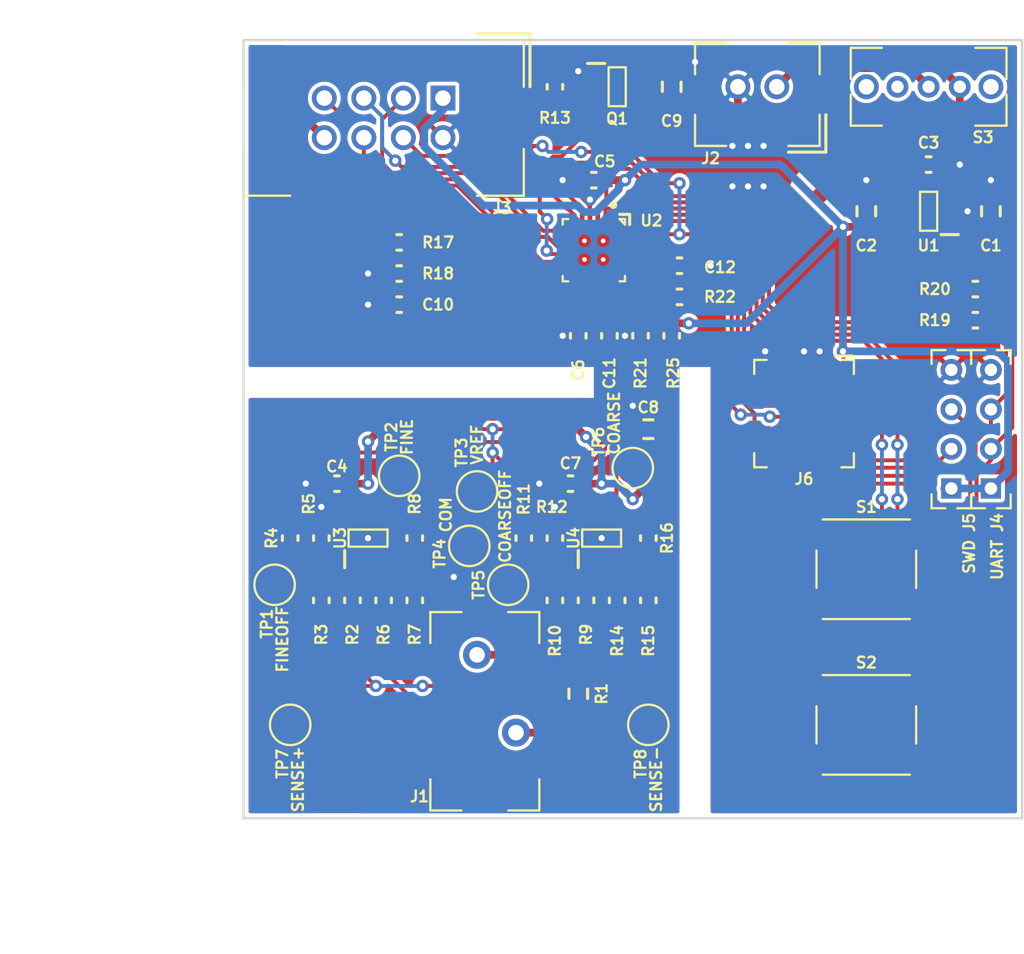
<source format=kicad_pcb>
(kicad_pcb (version 20160815) (host pcbnew "(2016-09-10 revision 7ad2f37)-master")
  (title_block (title "Lowspeed Current Monitor") (date 2016-09-13) (rev "v1 r0") (company sternlabs))
  (layers (0 F.Cu signal) (31 B.Cu signal) (34 B.Paste user) (35 F.Paste user) (36 B.SilkS user) (37 F.SilkS user) (38 B.Mask user) (39 F.Mask user) (44 Edge.Cuts user))
  (net 0 "")
  (net 1 SENSE+)
  (net 2 "Net-(R16-Pad1)")
  (net 3 "Net-(R10-Pad1)")
  (net 4 COM)
  (net 5 VREF)
  (net 6 "Net-(R21-Pad1)")
  (net 7 "Net-(R3-Pad1)")
  (net 8 SENSE-)
  (net 9 "Net-(S2-Pad1)")
  (net 10 /BUTTON2)
  (net 11 "Net-(S2-Pad3)")
  (net 12 "Net-(S1-Pad1)")
  (net 13 /BUTTON1)
  (net 14 "Net-(S1-Pad3)")
  (net 15 /~LCD_LED)
  (net 16 "Net-(Q1-Pad3)")
  (net 17 VBAT)
  (net 18 "Net-(Q1-Pad5)")
  (net 19 "Net-(R10-Pad2)")
  (net 20 "Net-(R14-Pad1)")
  (net 21 +3V3)
  (net 22 "Net-(R2-Pad1)")
  (net 23 "Net-(R6-Pad1)")
  (net 24 "Net-(C3-Pad1)")
  (net 25 "Net-(R7-Pad1)")
  (net 26 "Net-(R15-Pad1)")
  (net 27 "Net-(J3-Pad8)")
  (net 28 FINE)
  (net 29 "Net-(C10-Pad1)")
  (net 30 /UART_TX)
  (net 31 "Net-(R19-Pad2)")
  (net 32 /UART_RX)
  (net 33 "Net-(R20-Pad2)")
  (net 34 COARSE)
  (net 35 /SWD_DIO)
  (net 36 /SWD_CLK)
  (net 37 "Net-(J6-Pad7)")
  (net 38 /~RESET)
  (net 39 /LCD_DATA)
  (net 40 /MISO)
  (net 41 /~LCD_CS)
  (net 42 /MOSI)
  (net 43 /SCLK)
  (net 44 "Net-(U2-Pad15)")
  (net 45 /~SD_CS)
  (net 46 /SD_DET)
  (net 47 "Net-(U2-Pad19)")
  (net 48 "Net-(U2-Pad21)")
  (net 49 "Net-(J2-Pad1)")
  (net 50 "Net-(S3-PadB)")
  (net 51 +Vs)
  (module libs:FIDUCIAL-1mm (layer F.Cu) (at 110 90)
    (fp_text reference REF** hide)
    (fp_text value FIDUCIAL-1mm hide)
    (pad "" connect circle (at 0 0) (size 1 1) (layers F.Cu F.Mask) (clearance 1.5))
  )
  (module libs:FIDUCIAL-1mm (layer F.Cu) (at 142 90)
    (fp_text reference REF** hide)
    (fp_text value FIDUCIAL-1mm hide)
    (pad "" connect circle (at 0 0) (size 1 1) (layers F.Cu F.Mask) (clearance 1.5))
  )
  (module libs:CONN-4-2.54-0.8-PTH (layer F.Cu) (at 150.46 105 90)
    (fp_text reference J5 (at -6 1.14 90) (layer F.SilkS) (effects (font (size 0.7 0.7))))
    (fp_text value SWD (at -8.2 1.14 90) (layer F.SilkS) (effects (font (size 0.7 0.7))))
    (pad 1 thru_hole rect (at -3.81 0 90) (size 1.3 1.3) (drill 0.8) (layers *.Cu *.Mask) (net 21 +3V3))
    (pad 2 thru_hole circle (at -1.27 0 90) (size 1.4 1.4) (drill 0.8) (layers *.Cu *.Mask) (net 35 /SWD_DIO))
    (pad 3 thru_hole circle (at 1.27 0 90) (size 1.4 1.4) (drill 0.8) (layers *.Cu *.Mask) (net 36 /SWD_CLK))
    (pad 4 thru_hole circle (at 3.81 0 90) (size 1.4 1.4) (drill 0.8) (layers *.Cu *.Mask) (net 4 COM))
  )
  (module libs:CONN-4-2.54-0.8-PTH (layer F.Cu) (at 153 105 90)
    (fp_text reference J4 (at -6 0.4 90) (layer F.SilkS) (effects (font (size 0.7 0.7))))
    (fp_text value UART (at -8.4 0.4 90) (layer F.SilkS) (effects (font (size 0.7 0.7))))
    (pad 1 thru_hole rect (at -3.81 0 90) (size 1.3 1.3) (drill 0.8) (layers *.Cu *.Mask) (net 21 +3V3))
    (pad 2 thru_hole circle (at -1.27 0 90) (size 1.4 1.4) (drill 0.8) (layers *.Cu *.Mask) (net 32 /UART_RX))
    (pad 3 thru_hole circle (at 1.27 0 90) (size 1.4 1.4) (drill 0.8) (layers *.Cu *.Mask) (net 30 /UART_TX))
    (pad 4 thru_hole circle (at 3.81 0 90) (size 1.4 1.4) (drill 0.8) (layers *.Cu *.Mask) (net 4 COM))
  )
  (module libs:SMD-2012 (layer F.Cu) (at 132.5 83 180)
    (fp_text reference C9 (at 0 -2.2) (layer F.SilkS) (effects (font (size 0.7 0.7))))
    (fp_text value "2.2u 16V" hide)
    (pad 1 smd rect (at 0 -1 180) (size 1.3 0.9) (layers F.Cu F.Paste F.Mask) (net 17 VBAT))
    (pad 2 smd rect (at 0 1 180) (size 1.3 0.9) (layers F.Cu F.Paste F.Mask) (net 4 COM))
  )
  (module libs:TESTPOINT-2.0 (layer F.Cu) (at 108 124 90)
    (fp_text reference TP7 (at -2.5 -0.5 90) (layer F.SilkS) (effects (font (size 0.7 0.7))))
    (fp_text value SENSE+ (at -3.5 0.5 90) (layer F.SilkS) (effects (font (size 0.7 0.7))))
    (pad TP smd circle (at 0 0 90) (size 2 2) (layers F.Cu F.Mask) (net 1 SENSE+))
  )
  (module libs:TESTPOINT-2.0 (layer F.Cu) (at 130 107.5 90)
    (fp_text reference TP6 (at 1.7 -2.2 90) (layer F.SilkS) (effects (font (size 0.7 0.7))))
    (fp_text value COARSE (at 2.9 -1.2 90) (layer F.SilkS) (effects (font (size 0.7 0.7))))
    (pad TP smd circle (at 0 0 90) (size 2 2) (layers F.Cu F.Mask) (net 2 "Net-(R16-Pad1)"))
  )
  (module libs:TESTPOINT-2.0 (layer F.Cu) (at 122 115 90)
    (fp_text reference TP5 (at 0 -1.9 90) (layer F.SilkS) (effects (font (size 0.7 0.7))))
    (fp_text value COARSEOFF (at 4.4 -0.2 90) (layer F.SilkS) (effects (font (size 0.7 0.7))))
    (pad TP smd circle (at 0 0 90) (size 2 2) (layers F.Cu F.Mask) (net 3 "Net-(R10-Pad1)"))
  )
  (module libs:TESTPOINT-2.0 (layer F.Cu) (at 119.5 112.5 90)
    (fp_text reference TP4 (at -0.5 -1.9 90) (layer F.SilkS) (effects (font (size 0.7 0.7))))
    (fp_text value COM (at 2 -1.5 90) (layer F.SilkS) (effects (font (size 0.7 0.7))))
    (pad TP smd circle (at 0 0 90) (size 2 2) (layers F.Cu F.Mask) (net 4 COM))
  )
  (module libs:TESTPOINT-2.0 (layer F.Cu) (at 120 109 180)
    (fp_text reference TP3 (at 1 2.5 270) (layer F.SilkS) (effects (font (size 0.7 0.7))))
    (fp_text value VREF (at 0 3 270) (layer F.SilkS) (effects (font (size 0.7 0.7))))
    (pad TP smd circle (at 0 0 180) (size 2 2) (layers F.Cu F.Mask) (net 5 VREF))
  )
  (module libs:TESTPOINT-2.0 (layer F.Cu) (at 115 108 90)
    (fp_text reference TP2 (at 2.5 -0.5 90) (layer F.SilkS) (effects (font (size 0.7 0.7))))
    (fp_text value FINE (at 2.5 0.5 90) (layer F.SilkS) (effects (font (size 0.7 0.7))))
    (pad TP smd circle (at 0 0 90) (size 2 2) (layers F.Cu F.Mask) (net 6 "Net-(R21-Pad1)"))
  )
  (module libs:TESTPOINT-2.0 (layer F.Cu) (at 107 115 90)
    (fp_text reference TP1 (at -2.5 -0.5 90) (layer F.SilkS) (effects (font (size 0.7 0.7))))
    (fp_text value FINEOFF (at -3.5 0.5 270) (layer F.SilkS) (effects (font (size 0.7 0.7))))
    (pad TP smd circle (at 0 0 90) (size 2 2) (layers F.Cu F.Mask) (net 7 "Net-(R3-Pad1)"))
  )
  (module libs:TESTPOINT-2.0 (layer F.Cu) (at 131 124 90)
    (fp_text reference TP8 (at -2.5 -0.5 90) (layer F.SilkS) (effects (font (size 0.7 0.7))))
    (fp_text value SENSE- (at -3.5 0.5 90) (layer F.SilkS) (effects (font (size 0.7 0.7))))
    (pad TP smd circle (at 0 0 90) (size 2 2) (layers F.Cu F.Mask) (net 8 SENSE-))
  )
  (module libs:TACT-6mm (layer F.Cu) (at 145 124 180)
    (fp_text reference S2 (at 0 4 180) (layer F.SilkS) (effects (font (size 0.7 0.7))))
    (fp_text value TACTILE-4 hide)
    (pad 1 smd rect (at -4.3 -2.3 180) (size 2.4 1.4) (layers F.Cu F.Paste F.Mask) (net 9 "Net-(S2-Pad1)"))
    (pad 2 smd rect (at 4.3 -2.3 180) (size 2.4 1.4) (layers F.Cu F.Paste F.Mask) (net 10 /BUTTON2))
    (pad 3 smd rect (at -4.3 2.3 180) (size 2.4 1.4) (layers F.Cu F.Paste F.Mask) (net 11 "Net-(S2-Pad3)"))
    (pad 4 smd rect (at 4.3 2.3 180) (size 2.4 1.4) (layers F.Cu F.Paste F.Mask) (net 4 COM))
  )
  (module libs:TACT-6mm (layer F.Cu) (at 145 114 180)
    (fp_text reference S1 (at 0 4 180) (layer F.SilkS) (effects (font (size 0.7 0.7))))
    (fp_text value TACTILE-4 hide)
    (pad 1 smd rect (at -4.3 -2.3 180) (size 2.4 1.4) (layers F.Cu F.Paste F.Mask) (net 12 "Net-(S1-Pad1)"))
    (pad 2 smd rect (at 4.3 -2.3 180) (size 2.4 1.4) (layers F.Cu F.Paste F.Mask) (net 13 /BUTTON1))
    (pad 3 smd rect (at -4.3 2.3 180) (size 2.4 1.4) (layers F.Cu F.Paste F.Mask) (net 14 "Net-(S1-Pad3)"))
    (pad 4 smd rect (at 4.3 2.3 180) (size 2.4 1.4) (layers F.Cu F.Paste F.Mask) (net 4 COM))
  )
  (module libs:SOT-23-6 (layer F.Cu) (at 129 83 270)
    (fp_text reference Q1 (at 2.05 0) (layer F.SilkS) (effects (font (size 0.7 0.7))))
    (fp_text value MUN5314DW1 hide)
    (pad 1 smd rect (at -0.95 1.35 270) (size 0.6 1.05) (layers F.Cu F.Paste F.Mask) (net 4 COM))
    (pad 2 smd rect (at 0 1.35 270) (size 0.6 1.05) (layers F.Cu F.Paste F.Mask) (net 15 /~LCD_LED))
    (pad 3 smd rect (at 0.95 1.35 270) (size 0.6 1.05) (layers F.Cu F.Paste F.Mask) (net 16 "Net-(Q1-Pad3)"))
    (pad 4 smd rect (at 0.95 -1.35 270) (size 0.6 1.05) (layers F.Cu F.Paste F.Mask) (net 17 VBAT))
    (pad 6 smd rect (at -0.95 -1.35 270) (size 0.6 1.05) (layers F.Cu F.Paste F.Mask) (net 18 "Net-(Q1-Pad5)"))
    (pad 5 smd rect (at 0 -1.35 270) (size 0.6 1.05) (layers F.Cu F.Paste F.Mask) (net 18 "Net-(Q1-Pad5)"))
  )
  (module libs:SOT-23-5 (layer F.Cu) (at 128 112)
    (fp_text reference U4 (at -1.8 0 90) (layer F.SilkS) (effects (font (size 0.7 0.7))))
    (fp_text value MCP6031 hide)
    (pad 1 smd rect (at -0.95 1.35) (size 0.6 1.05) (layers F.Cu F.Paste F.Mask) (net 19 "Net-(R10-Pad2)"))
    (pad 2 smd rect (at 0 1.35) (size 0.6 1.05) (layers F.Cu F.Paste F.Mask) (net 4 COM))
    (pad 3 smd rect (at 0.95 1.35) (size 0.6 1.05) (layers F.Cu F.Paste F.Mask) (net 20 "Net-(R14-Pad1)"))
    (pad 4 smd rect (at 0.95 -1.35) (size 0.6 1.05) (layers F.Cu F.Paste F.Mask) (net 2 "Net-(R16-Pad1)"))
    (pad 5 smd rect (at -0.95 -1.35) (size 0.6 1.05) (layers F.Cu F.Paste F.Mask) (net 51 +Vs))
  )
  (module libs:SOT-23-5 (layer F.Cu) (at 113 112)
    (fp_text reference U3 (at -1.8 0 90) (layer F.SilkS) (effects (font (size 0.7 0.7))))
    (fp_text value MCP6V71U hide)
    (pad 1 smd rect (at -0.95 1.35) (size 0.6 1.05) (layers F.Cu F.Paste F.Mask) (net 22 "Net-(R2-Pad1)"))
    (pad 2 smd rect (at 0 1.35) (size 0.6 1.05) (layers F.Cu F.Paste F.Mask) (net 4 COM))
    (pad 3 smd rect (at 0.95 1.35) (size 0.6 1.05) (layers F.Cu F.Paste F.Mask) (net 23 "Net-(R6-Pad1)"))
    (pad 4 smd rect (at 0.95 -1.35) (size 0.6 1.05) (layers F.Cu F.Paste F.Mask) (net 6 "Net-(R21-Pad1)"))
    (pad 5 smd rect (at -0.95 -1.35) (size 0.6 1.05) (layers F.Cu F.Paste F.Mask) (net 51 +Vs))
  )
  (module libs:SOT-23-5 (layer F.Cu) (at 149 91 90)
    (fp_text reference U1 (at -2.2 0 -180) (layer F.SilkS) (effects (font (size 0.7 0.7))))
    (fp_text value AP2210K-3.3 hide)
    (pad 1 smd rect (at -0.95 1.35 90) (size 0.6 1.05) (layers F.Cu F.Paste F.Mask) (net 17 VBAT))
    (pad 2 smd rect (at 0 1.35 90) (size 0.6 1.05) (layers F.Cu F.Paste F.Mask) (net 4 COM))
    (pad 3 smd rect (at 0.95 1.35 90) (size 0.6 1.05) (layers F.Cu F.Paste F.Mask) (net 17 VBAT))
    (pad 4 smd rect (at 0.95 -1.35 90) (size 0.6 1.05) (layers F.Cu F.Paste F.Mask) (net 24 "Net-(C3-Pad1)"))
    (pad 5 smd rect (at -0.95 -1.35 90) (size 0.6 1.05) (layers F.Cu F.Paste F.Mask) (net 21 +3V3))
  )
  (module libs:SMD-2012 (layer F.Cu) (at 153 91 180)
    (fp_text reference C1 (at 0 -2.2 180) (layer F.SilkS) (effects (font (size 0.7 0.7))))
    (fp_text value "2.2u 16V" hide)
    (pad 1 smd rect (at 0 -1 180) (size 1.3 0.9) (layers F.Cu F.Paste F.Mask) (net 17 VBAT))
    (pad 2 smd rect (at 0 1 180) (size 1.3 0.9) (layers F.Cu F.Paste F.Mask) (net 4 COM))
  )
  (module libs:SMD-2012 (layer F.Cu) (at 145 91 180)
    (fp_text reference C2 (at 0 -2.2 180) (layer F.SilkS) (effects (font (size 0.7 0.7))))
    (fp_text value 2.2u hide)
    (pad 1 smd rect (at 0 -1 180) (size 1.3 0.9) (layers F.Cu F.Paste F.Mask) (net 21 +3V3))
    (pad 2 smd rect (at 0 1 180) (size 1.3 0.9) (layers F.Cu F.Paste F.Mask) (net 4 COM))
  )
  (module libs:SMD-2012 (layer F.Cu) (at 131 105 270)
    (fp_text reference C8 (at -1.4 0) (layer F.SilkS) (effects (font (size 0.7 0.7))))
    (fp_text value "2.2u 16V" hide)
    (pad 1 smd rect (at 0 -1 270) (size 1.3 0.9) (layers F.Cu F.Paste F.Mask) (net 51 +Vs))
    (pad 2 smd rect (at 0 1 270) (size 1.3 0.9) (layers F.Cu F.Paste F.Mask) (net 4 COM))
  )
  (module libs:SMD-1608 (layer F.Cu) (at 116 112)
    (fp_text reference R8 (at 0 -2.2 90) (layer F.SilkS) (effects (font (size 0.7 0.7))))
    (fp_text value 499 hide)
    (pad 1 smd rect (at 0 -0.8) (size 0.9 0.8) (layers F.Cu F.Paste F.Mask) (net 6 "Net-(R21-Pad1)"))
    (pad 2 smd rect (at 0 0.8) (size 0.9 0.8) (layers F.Cu F.Paste F.Mask) (net 25 "Net-(R7-Pad1)"))
  )
  (module libs:SMD-1608 (layer F.Cu) (at 149 88 90)
    (fp_text reference C3 (at 1.4 0 180) (layer F.SilkS) (effects (font (size 0.7 0.7))))
    (fp_text value 100p hide)
    (pad 1 smd rect (at 0 -0.8 90) (size 0.9 0.8) (layers F.Cu F.Paste F.Mask) (net 24 "Net-(C3-Pad1)"))
    (pad 2 smd rect (at 0 0.8 90) (size 0.9 0.8) (layers F.Cu F.Paste F.Mask) (net 4 COM))
  )
  (module libs:SMD-1608 (layer F.Cu) (at 131 116)
    (fp_text reference R15 (at 0 2.6 90) (layer F.SilkS) (effects (font (size 0.7 0.7))))
    (fp_text value 10k hide)
    (pad 1 smd rect (at 0 -0.8) (size 0.9 0.8) (layers F.Cu F.Paste F.Mask) (net 26 "Net-(R15-Pad1)"))
    (pad 2 smd rect (at 0 0.8) (size 0.9 0.8) (layers F.Cu F.Paste F.Mask) (net 20 "Net-(R14-Pad1)"))
  )
  (module libs:SMD-1608 (layer F.Cu) (at 112 116)
    (fp_text reference R2 (at 0 2.2 90) (layer F.SilkS) (effects (font (size 0.7 0.7))))
    (fp_text value 100 hide)
    (pad 1 smd rect (at 0 -0.8) (size 0.9 0.8) (layers F.Cu F.Paste F.Mask) (net 22 "Net-(R2-Pad1)"))
    (pad 2 smd rect (at 0 0.8) (size 0.9 0.8) (layers F.Cu F.Paste F.Mask) (net 1 SENSE+))
  )
  (module libs:SMD-1608 (layer F.Cu) (at 110 116)
    (fp_text reference R3 (at 0 2.2 90) (layer F.SilkS) (effects (font (size 0.7 0.7))))
    (fp_text value 1M hide)
    (pad 1 smd rect (at 0 -0.8) (size 0.9 0.8) (layers F.Cu F.Paste F.Mask) (net 7 "Net-(R3-Pad1)"))
    (pad 2 smd rect (at 0 0.8) (size 0.9 0.8) (layers F.Cu F.Paste F.Mask) (net 22 "Net-(R2-Pad1)"))
  )
  (module libs:SMD-1608 (layer F.Cu) (at 108 112 180)
    (fp_text reference R4 (at 1.2 0 270) (layer F.SilkS) (effects (font (size 0.7 0.7))))
    (fp_text value 6.81k hide)
    (pad 1 smd rect (at 0 -0.8 180) (size 0.9 0.8) (layers F.Cu F.Paste F.Mask) (net 7 "Net-(R3-Pad1)"))
    (pad 2 smd rect (at 0 0.8 180) (size 0.9 0.8) (layers F.Cu F.Paste F.Mask) (net 5 VREF))
  )
  (module libs:SMD-1608 (layer F.Cu) (at 110 112)
    (fp_text reference R5 (at -0.8 -2.2 270) (layer F.SilkS) (effects (font (size 0.7 0.7))))
    (fp_text value 536 hide)
    (pad 1 smd rect (at 0 -0.8) (size 0.9 0.8) (layers F.Cu F.Paste F.Mask) (net 4 COM))
    (pad 2 smd rect (at 0 0.8) (size 0.9 0.8) (layers F.Cu F.Paste F.Mask) (net 7 "Net-(R3-Pad1)"))
  )
  (module libs:SMD-1608 (layer F.Cu) (at 114 116)
    (fp_text reference R6 (at 0 2.2 90) (layer F.SilkS) (effects (font (size 0.7 0.7))))
    (fp_text value 100 hide)
    (pad 1 smd rect (at 0 -0.8) (size 0.9 0.8) (layers F.Cu F.Paste F.Mask) (net 23 "Net-(R6-Pad1)"))
    (pad 2 smd rect (at 0 0.8) (size 0.9 0.8) (layers F.Cu F.Paste F.Mask) (net 8 SENSE-))
  )
  (module libs:SMD-1608 (layer F.Cu) (at 116 116)
    (fp_text reference R7 (at 0 2.2 90) (layer F.SilkS) (effects (font (size 0.7 0.7))))
    (fp_text value 1M hide)
    (pad 1 smd rect (at 0 -0.8) (size 0.9 0.8) (layers F.Cu F.Paste F.Mask) (net 25 "Net-(R7-Pad1)"))
    (pad 2 smd rect (at 0 0.8) (size 0.9 0.8) (layers F.Cu F.Paste F.Mask) (net 23 "Net-(R6-Pad1)"))
  )
  (module libs:SMD-1608 (layer F.Cu) (at 127 116)
    (fp_text reference R9 (at 0 2.2 90) (layer F.SilkS) (effects (font (size 0.7 0.7))))
    (fp_text value 1k hide)
    (pad 1 smd rect (at 0 -0.8) (size 0.9 0.8) (layers F.Cu F.Paste F.Mask) (net 19 "Net-(R10-Pad2)"))
    (pad 2 smd rect (at 0 0.8) (size 0.9 0.8) (layers F.Cu F.Paste F.Mask) (net 1 SENSE+))
  )
  (module libs:SMD-1608 (layer F.Cu) (at 125 116)
    (fp_text reference R10 (at 0 2.6 90) (layer F.SilkS) (effects (font (size 0.7 0.7))))
    (fp_text value 10k hide)
    (pad 1 smd rect (at 0 -0.8) (size 0.9 0.8) (layers F.Cu F.Paste F.Mask) (net 3 "Net-(R10-Pad1)"))
    (pad 2 smd rect (at 0 0.8) (size 0.9 0.8) (layers F.Cu F.Paste F.Mask) (net 19 "Net-(R10-Pad2)"))
  )
  (module libs:SMD-1608 (layer F.Cu) (at 123 112 180)
    (fp_text reference R11 (at 0 2.5 270) (layer F.SilkS) (effects (font (size 0.7 0.7))))
    (fp_text value 6.81k hide)
    (pad 1 smd rect (at 0 -0.8 180) (size 0.9 0.8) (layers F.Cu F.Paste F.Mask) (net 3 "Net-(R10-Pad1)"))
    (pad 2 smd rect (at 0 0.8 180) (size 0.9 0.8) (layers F.Cu F.Paste F.Mask) (net 5 VREF))
  )
  (module libs:SMD-1608 (layer F.Cu) (at 125 112)
    (fp_text reference R12 (at -0.2 -2 180) (layer F.SilkS) (effects (font (size 0.7 0.7))))
    (fp_text value 536 hide)
    (pad 1 smd rect (at 0 -0.8) (size 0.9 0.8) (layers F.Cu F.Paste F.Mask) (net 4 COM))
    (pad 2 smd rect (at 0 0.8) (size 0.9 0.8) (layers F.Cu F.Paste F.Mask) (net 3 "Net-(R10-Pad1)"))
  )
  (module libs:SMD-1608 (layer F.Cu) (at 125 83 180)
    (fp_text reference R13 (at 0 -2) (layer F.SilkS) (effects (font (size 0.7 0.7))))
    (fp_text value 1k hide)
    (pad 1 smd rect (at 0 -0.8 180) (size 0.9 0.8) (layers F.Cu F.Paste F.Mask) (net 16 "Net-(Q1-Pad3)"))
    (pad 2 smd rect (at 0 0.8 180) (size 0.9 0.8) (layers F.Cu F.Paste F.Mask) (net 27 "Net-(J3-Pad8)"))
  )
  (module libs:SMD-1608 (layer F.Cu) (at 129 116)
    (fp_text reference R14 (at 0 2.6 90) (layer F.SilkS) (effects (font (size 0.7 0.7))))
    (fp_text value 1k hide)
    (pad 1 smd rect (at 0 -0.8) (size 0.9 0.8) (layers F.Cu F.Paste F.Mask) (net 20 "Net-(R14-Pad1)"))
    (pad 2 smd rect (at 0 0.8) (size 0.9 0.8) (layers F.Cu F.Paste F.Mask) (net 8 SENSE-))
  )
  (module libs:SMD-1608 (layer F.Cu) (at 128.5 99)
    (fp_text reference C11 (at 0 2.4 90) (layer F.SilkS) (effects (font (size 0.7 0.7))))
    (fp_text value 0.1u hide)
    (pad 1 smd rect (at 0 -0.8) (size 0.9 0.8) (layers F.Cu F.Paste F.Mask) (net 28 FINE))
    (pad 2 smd rect (at 0 0.8) (size 0.9 0.8) (layers F.Cu F.Paste F.Mask) (net 4 COM))
  )
  (module libs:SMD-1608 (layer F.Cu) (at 127.5 89 270)
    (fp_text reference C5 (at -1.2 -0.7) (layer F.SilkS) (effects (font (size 0.7 0.7))))
    (fp_text value 0.1u hide)
    (pad 1 smd rect (at 0 -0.8 270) (size 0.9 0.8) (layers F.Cu F.Paste F.Mask) (net 21 +3V3))
    (pad 2 smd rect (at 0 0.8 270) (size 0.9 0.8) (layers F.Cu F.Paste F.Mask) (net 4 COM))
  )
  (module libs:SMD-1608 (layer F.Cu) (at 131 112)
    (fp_text reference R16 (at 1.2 0 90) (layer F.SilkS) (effects (font (size 0.7 0.7))))
    (fp_text value 499 hide)
    (pad 1 smd rect (at 0 -0.8) (size 0.9 0.8) (layers F.Cu F.Paste F.Mask) (net 2 "Net-(R16-Pad1)"))
    (pad 2 smd rect (at 0 0.8) (size 0.9 0.8) (layers F.Cu F.Paste F.Mask) (net 26 "Net-(R15-Pad1)"))
  )
  (module libs:SMD-1608 (layer F.Cu) (at 115 93 90)
    (fp_text reference R17 (at 0 2.5 180) (layer F.SilkS) (effects (font (size 0.7 0.7))))
    (fp_text value 1M hide)
    (pad 1 smd rect (at 0 -0.8 90) (size 0.9 0.8) (layers F.Cu F.Paste F.Mask) (net 17 VBAT))
    (pad 2 smd rect (at 0 0.8 90) (size 0.9 0.8) (layers F.Cu F.Paste F.Mask) (net 29 "Net-(C10-Pad1)"))
  )
  (module libs:SMD-1608 (layer F.Cu) (at 115 95 270)
    (fp_text reference R18 (at 0 -2.5 360) (layer F.SilkS) (effects (font (size 0.7 0.7))))
    (fp_text value 10k hide)
    (pad 1 smd rect (at 0 -0.8 270) (size 0.9 0.8) (layers F.Cu F.Paste F.Mask) (net 29 "Net-(C10-Pad1)"))
    (pad 2 smd rect (at 0 0.8 270) (size 0.9 0.8) (layers F.Cu F.Paste F.Mask) (net 4 COM))
  )
  (module libs:SMD-1608 (layer F.Cu) (at 152 98 270)
    (fp_text reference R19 (at 0 2.6 360) (layer F.SilkS) (effects (font (size 0.7 0.7))))
    (fp_text value 499 hide)
    (pad 1 smd rect (at 0 -0.8 270) (size 0.9 0.8) (layers F.Cu F.Paste F.Mask) (net 30 /UART_TX))
    (pad 2 smd rect (at 0 0.8 270) (size 0.9 0.8) (layers F.Cu F.Paste F.Mask) (net 31 "Net-(R19-Pad2)"))
  )
  (module libs:SMD-1608 (layer F.Cu) (at 152 96 270)
    (fp_text reference R20 (at 0 2.6 360) (layer F.SilkS) (effects (font (size 0.7 0.7))))
    (fp_text value 499 hide)
    (pad 1 smd rect (at 0 -0.8 270) (size 0.9 0.8) (layers F.Cu F.Paste F.Mask) (net 32 /UART_RX))
    (pad 2 smd rect (at 0 0.8 270) (size 0.9 0.8) (layers F.Cu F.Paste F.Mask) (net 33 "Net-(R20-Pad2)"))
  )
  (module libs:SMD-1608 (layer F.Cu) (at 130.5 99 180)
    (fp_text reference R21 (at 0 -2.4 270) (layer F.SilkS) (effects (font (size 0.7 0.7))))
    (fp_text value 10k hide)
    (pad 1 smd rect (at 0 -0.8 180) (size 0.9 0.8) (layers F.Cu F.Paste F.Mask) (net 6 "Net-(R21-Pad1)"))
    (pad 2 smd rect (at 0 0.8 180) (size 0.9 0.8) (layers F.Cu F.Paste F.Mask) (net 28 FINE))
  )
  (module libs:SMD-1608 (layer F.Cu) (at 133 96.5 270)
    (fp_text reference R22 (at 0 -2.6) (layer F.SilkS) (effects (font (size 0.7 0.7))))
    (fp_text value 10k hide)
    (pad 1 smd rect (at 0 -0.8 270) (size 0.9 0.8) (layers F.Cu F.Paste F.Mask) (net 2 "Net-(R16-Pad1)"))
    (pad 2 smd rect (at 0 0.8 270) (size 0.9 0.8) (layers F.Cu F.Paste F.Mask) (net 34 COARSE))
  )
  (module libs:SMD-1608 (layer F.Cu) (at 133 94.5 90)
    (fp_text reference C12 (at -0.1 2.6 180) (layer F.SilkS) (effects (font (size 0.7 0.7))))
    (fp_text value 0.1u hide)
    (pad 1 smd rect (at 0 -0.8 90) (size 0.9 0.8) (layers F.Cu F.Paste F.Mask) (net 34 COARSE))
    (pad 2 smd rect (at 0 0.8 90) (size 0.9 0.8) (layers F.Cu F.Paste F.Mask) (net 4 COM))
  )
  (module libs:SMD-1608 (layer F.Cu) (at 115 97 270)
    (fp_text reference C10 (at 0 -2.5 360) (layer F.SilkS) (effects (font (size 0.7 0.7))))
    (fp_text value 0.1u hide)
    (pad 1 smd rect (at 0 -0.8 270) (size 0.9 0.8) (layers F.Cu F.Paste F.Mask) (net 29 "Net-(C10-Pad1)"))
    (pad 2 smd rect (at 0 0.8 270) (size 0.9 0.8) (layers F.Cu F.Paste F.Mask) (net 4 COM))
  )
  (module libs:SMD-1608 (layer F.Cu) (at 126 108.5 270)
    (fp_text reference C7 (at -1.3 0 360) (layer F.SilkS) (effects (font (size 0.7 0.7))))
    (fp_text value 0.1u hide)
    (pad 1 smd rect (at 0 -0.8 270) (size 0.9 0.8) (layers F.Cu F.Paste F.Mask) (net 51 +Vs))
    (pad 2 smd rect (at 0 0.8 270) (size 0.9 0.8) (layers F.Cu F.Paste F.Mask) (net 4 COM))
  )
  (module libs:SMD-1608 (layer F.Cu) (at 126.5 99)
    (fp_text reference C6 (at 0 2.2 90) (layer F.SilkS) (effects (font (size 0.7 0.7))))
    (fp_text value 0.1u hide)
    (pad 1 smd rect (at 0 -0.8) (size 0.9 0.8) (layers F.Cu F.Paste F.Mask) (net 5 VREF))
    (pad 2 smd rect (at 0 0.8) (size 0.9 0.8) (layers F.Cu F.Paste F.Mask) (net 4 COM))
  )
  (module libs:SMD-1608 (layer F.Cu) (at 111 108.5 270)
    (fp_text reference C4 (at -1.1 0) (layer F.SilkS) (effects (font (size 0.7 0.7))))
    (fp_text value 0.1u hide)
    (pad 1 smd rect (at 0 -0.8 270) (size 0.9 0.8) (layers F.Cu F.Paste F.Mask) (net 51 +Vs))
    (pad 2 smd rect (at 0 0.8 270) (size 0.9 0.8) (layers F.Cu F.Paste F.Mask) (net 4 COM))
  )
  (module libs:CONN-2x5-1.27-SMT (layer F.Cu) (at 141 104)
    (fp_text reference J6 (at 0 4.2 180) (layer F.SilkS) (effects (font (size 0.7 0.7))))
    (fp_text value JTAG hide)
    (pad 1 smd rect (at 2.54 -2) (size 0.76 2.4) (layers F.Cu F.Paste F.Mask) (net 21 +3V3))
    (pad 2 smd rect (at 2.54 2) (size 0.76 2.4) (layers F.Cu F.Paste F.Mask) (net 35 /SWD_DIO))
    (pad 3 smd rect (at 1.27 -2) (size 0.76 2.4) (layers F.Cu F.Paste F.Mask) (net 4 COM))
    (pad 4 smd rect (at 1.27 2) (size 0.76 2.4) (layers F.Cu F.Paste F.Mask) (net 36 /SWD_CLK))
    (pad 5 smd rect (at 0 -2) (size 0.76 2.4) (layers F.Cu F.Paste F.Mask) (net 4 COM))
    (pad 6 smd rect (at 0 2) (size 0.76 2.4) (layers F.Cu F.Paste F.Mask) (net 30 /UART_TX))
    (pad 7 smd rect (at -1.27 -2) (size 0.76 2.4) (layers F.Cu F.Paste F.Mask) (net 37 "Net-(J6-Pad7)"))
    (pad 8 smd rect (at -1.27 2) (size 0.76 2.4) (layers F.Cu F.Paste F.Mask) (net 32 /UART_RX))
    (pad 9 smd rect (at -2.54 -2) (size 0.76 2.4) (layers F.Cu F.Paste F.Mask) (net 4 COM))
    (pad 10 smd rect (at -2.54 2) (size 0.76 2.4) (layers F.Cu F.Paste F.Mask) (net 38 /~RESET))
  )
  (module libs:qfn-24-4x4 (layer F.Cu) (at 127.5 93.5 270)
    (fp_text reference U2 (at -1.9 -3.7 180) (layer F.SilkS) (effects (font (size 0.7 0.7))))
    (fp_text value MKL03Z8VFK4 hide)
    (pad FLAG smd rect (at 0 0 270) (size 2.25 2.25) (layers F.Cu F.Mask))
    (pad FLAG thru_hole circle (at -0.6 -0.6 270) (size 0.3 0.3) (drill 0.3) (layers *.Cu))
    (pad FLAG thru_hole circle (at -0.6 0.6 270) (size 0.3 0.3) (drill 0.3) (layers *.Cu))
    (pad FLAG thru_hole circle (at 0.6 -0.6 270) (size 0.3 0.3) (drill 0.3) (layers *.Cu))
    (pad FLAG thru_hole circle (at 0.6 0.6 270) (size 0.3 0.3) (drill 0.3) (layers *.Cu))
    (pad FLAG smd rect (at -0.547748 -0.547748 270) (size 0.795495 0.795495) (layers F.Cu F.Paste))
    (pad FLAG smd rect (at -0.547748 0.547748 270) (size 0.795495 0.795495) (layers F.Cu F.Paste))
    (pad FLAG smd rect (at 0.547748 -0.547748 270) (size 0.795495 0.795495) (layers F.Cu F.Paste))
    (pad FLAG smd rect (at 0.547748 0.547748 270) (size 0.795495 0.795495) (layers F.Cu F.Paste))
    (pad 1 smd oval (at -2 -1.25 270) (size 0.8 0.3) (layers F.Cu F.Paste F.Mask) (net 13 /BUTTON1))
    (pad 2 smd oval (at -2 -0.75 270) (size 0.8 0.3) (layers F.Cu F.Paste F.Mask) (net 10 /BUTTON2))
    (pad 3 smd oval (at -2 -0.25 270) (size 0.8 0.3) (layers F.Cu F.Paste F.Mask) (net 21 +3V3))
    (pad 4 smd oval (at -2 0.25 270) (size 0.8 0.3) (layers F.Cu F.Paste F.Mask) (net 4 COM))
    (pad 5 smd oval (at -2 0.75 270) (size 0.8 0.3) (layers F.Cu F.Paste F.Mask) (net 31 "Net-(R19-Pad2)"))
    (pad 6 smd oval (at -2 1.25 270) (size 0.8 0.3) (layers F.Cu F.Paste F.Mask) (net 33 "Net-(R20-Pad2)"))
    (pad 7 smd oval (at -1.25 2) (size 0.8 0.3) (layers F.Cu F.Paste F.Mask) (net 39 /LCD_DATA))
    (pad 8 smd oval (at -0.75 2) (size 0.8 0.3) (layers F.Cu F.Paste F.Mask) (net 40 /MISO))
    (pad 9 smd oval (at -0.25 2) (size 0.8 0.3) (layers F.Cu F.Paste F.Mask) (net 41 /~LCD_CS))
    (pad 10 smd oval (at 0.25 2) (size 0.8 0.3) (layers F.Cu F.Paste F.Mask) (net 15 /~LCD_LED))
    (pad 11 smd oval (at 0.75 2) (size 0.8 0.3) (layers F.Cu F.Paste F.Mask) (net 42 /MOSI))
    (pad 12 smd oval (at 1.25 2) (size 0.8 0.3) (layers F.Cu F.Paste F.Mask) (net 43 /SCLK))
    (pad 13 smd oval (at 2 1.25 270) (size 0.8 0.3) (layers F.Cu F.Paste F.Mask) (net 29 "Net-(C10-Pad1)"))
    (pad 14 smd oval (at 2 0.75 270) (size 0.8 0.3) (layers F.Cu F.Paste F.Mask) (net 5 VREF))
    (pad 15 smd oval (at 2 0.25 270) (size 0.8 0.3) (layers F.Cu F.Paste F.Mask) (net 44 "Net-(U2-Pad15)"))
    (pad 16 smd oval (at 2 -0.25 270) (size 0.8 0.3) (layers F.Cu F.Paste F.Mask) (net 28 FINE))
    (pad 17 smd oval (at 2 -0.75 270) (size 0.8 0.3) (layers F.Cu F.Paste F.Mask) (net 45 /~SD_CS))
    (pad 18 smd oval (at 2 -1.25 270) (size 0.8 0.3) (layers F.Cu F.Paste F.Mask) (net 46 /SD_DET))
    (pad 19 smd oval (at 1.25 -2) (size 0.8 0.3) (layers F.Cu F.Paste F.Mask) (net 47 "Net-(U2-Pad19)"))
    (pad 20 smd oval (at 0.75 -2) (size 0.8 0.3) (layers F.Cu F.Paste F.Mask) (net 34 COARSE))
    (pad 21 smd oval (at 0.25 -2) (size 0.8 0.3) (layers F.Cu F.Paste F.Mask) (net 48 "Net-(U2-Pad21)"))
    (pad 22 smd oval (at -0.25 -2) (size 0.8 0.3) (layers F.Cu F.Paste F.Mask) (net 36 /SWD_CLK))
    (pad 23 smd oval (at -0.75 -2) (size 0.8 0.3) (layers F.Cu F.Paste F.Mask) (net 38 /~RESET))
    (pad 24 smd oval (at -1.25 -2) (size 0.8 0.3) (layers F.Cu F.Paste F.Mask) (net 35 /SWD_DIO))
  )
  (module libs:SMD-2012 (layer F.Cu) (at 126.5 122)
    (fp_text reference R1 (at 1.5 0 90) (layer F.SilkS) (effects (font (size 0.7 0.7))))
    (fp_text value 0.33 hide)
    (pad 1 smd rect (at 0 -1) (size 1.3 0.9) (layers F.Cu F.Paste F.Mask) (net 1 SENSE+))
    (pad 2 smd rect (at 0 1) (size 1.3 0.9) (layers F.Cu F.Paste F.Mask) (net 8 SENSE-))
  )
  (module libs:TERM-2-2.5 (layer F.Cu) (at 121.25 124.5)
    (fp_text reference J1 (at -4.95 4.1 180) (layer F.SilkS) (effects (font (size 0.7 0.7))))
    (fp_text value SENSE hide)
    (pad 1 thru_hole circle (at -1.25 -5) (size 1.8 1.8) (drill 1) (layers *.Cu *.Mask) (net 1 SENSE+))
    (pad 2 thru_hole circle (at 1.25 0) (size 1.8 1.8) (drill 1) (layers *.Cu *.Mask) (net 8 SENSE-))
  )
  (module libs:SMD-1608 (layer F.Cu) (at 132.5 99)
    (fp_text reference R25 (at 0.1 2.4 270) (layer F.SilkS) (effects (font (size 0.7 0.7))))
    (fp_text value 100 hide)
    (pad 1 smd rect (at 0 -0.8) (size 0.9 0.8) (layers F.Cu F.Paste F.Mask) (net 21 +3V3))
    (pad 2 smd rect (at 0 0.8) (size 0.9 0.8) (layers F.Cu F.Paste F.Mask) (net 51 +Vs))
  )
  (module libs:FIDUCIAL-1mm (layer F.Cu) (at 111 128)
    (fp_text reference REF** hide)
    (fp_text value FIDUCIAL-1mm hide)
    (pad "" connect circle (at 0 0) (size 1 1) (layers F.Cu F.Mask) (clearance 1.5))
  )
  (module libs:CONN-2x4-1.0-PTH-SHROUD (layer F.Cu) (at 114 85 180)
    (fp_text reference J3 (at -7.6 -5.8 180) (layer F.SilkS) (effects (font (size 0.7 0.7))))
    (fp_text value LCD5110 hide)
    (pad 1 thru_hole rect (at -3.81 1.27 180) (size 1.6 1.6) (drill 1) (layers *.Cu *.Mask) (net 21 +3V3))
    (pad 2 thru_hole circle (at -3.81 -1.27 180) (size 1.6 1.6) (drill 1) (layers *.Cu *.Mask) (net 4 COM))
    (pad 3 thru_hole circle (at -1.27 1.27 180) (size 1.6 1.6) (drill 1) (layers *.Cu *.Mask) (net 41 /~LCD_CS))
    (pad 4 thru_hole circle (at -1.27 -1.27 180) (size 1.6 1.6) (drill 1) (layers *.Cu *.Mask) (net 38 /~RESET))
    (pad 5 thru_hole circle (at 1.27 1.27 180) (size 1.6 1.6) (drill 1) (layers *.Cu *.Mask) (net 39 /LCD_DATA))
    (pad 6 thru_hole circle (at 1.27 -1.27 180) (size 1.6 1.6) (drill 1) (layers *.Cu *.Mask) (net 42 /MOSI))
    (pad 7 thru_hole circle (at 3.81 1.27 180) (size 1.6 1.6) (drill 1) (layers *.Cu *.Mask) (net 43 /SCLK))
    (pad 8 thru_hole circle (at 3.81 -1.27 180) (size 1.6 1.6) (drill 1) (layers *.Cu *.Mask) (net 27 "Net-(J3-Pad8)"))
  )
  (module libs:JST-XH-2-PTH-TOP (layer F.Cu) (at 138 83 180)
    (fp_text reference J2 (at 3 -4.6 180) (layer F.SilkS) (effects (font (size 0.7 0.7))))
    (fp_text value BATTERY hide)
    (pad 1 thru_hole circle (at -1.25 0 180) (size 1.6 1.6) (drill 1) (layers *.Cu *.Mask) (net 49 "Net-(J2-Pad1)"))
    (pad 2 thru_hole circle (at 1.25 0 180) (size 1.6 1.6) (drill 1) (layers *.Cu *.Mask) (net 4 COM))
  )
  (module libs:SLIDE-1P2T-SIDE-PTH (layer F.Cu) (at 149 83 180)
    (fp_text reference S3 (at -3.5 -3.25 180) (layer F.SilkS) (effects (font (size 0.7 0.7))))
    (fp_text value slide-SPDT hide)
    (pad "" thru_hole circle (at -4 0 180) (size 1.6 1.6) (drill 1) (layers *.Cu *.Mask))
    (pad A thru_hole circle (at -2 0 180) (size 1.4 1.4) (drill 0.8) (layers *.Cu *.Mask) (net 17 VBAT))
    (pad COM thru_hole circle (at 0 0 180) (size 1.4 1.4) (drill 0.8) (layers *.Cu *.Mask) (net 49 "Net-(J2-Pad1)"))
    (pad B thru_hole circle (at 2 0 180) (size 1.4 1.4) (drill 0.8) (layers *.Cu *.Mask) (net 50 "Net-(S3-PadB)"))
    (pad "" thru_hole circle (at 4 0 180) (size 1.6 1.6) (drill 1) (layers *.Cu *.Mask))
  )
  (gr_line (start 105 80) (end 155 80) (layer Edge.Cuts) (width 0.15))
  (gr_line (start 105 130) (end 105 80) (layer Edge.Cuts) (width 0.15))
  (gr_line (start 155 130) (end 105 130) (layer Edge.Cuts) (width 0.15))
  (gr_line (start 155 80) (end 155 130) (layer Edge.Cuts) (width 0.15))
  (segment (start 126 119.5) (end 120 119.5) (width 0.5) (layer F.Cu) (net 1))
  (segment (start 113.5 121.5) (end 110.5 121.5) (width 0.25) (layer F.Cu) (net 1))
  (segment (start 110.5 121.5) (end 108 124) (width 0.25) (layer F.Cu) (net 1))
  (segment (start 112 120) (end 112 116.8) (width 0.25) (layer F.Cu) (net 1))
  (segment (start 113.5 121.5) (end 112 120) (width 0.25) (layer F.Cu) (net 1))
  (segment (start 116.5 121.5) (end 113.5 121.5) (width 0.25) (layer B.Cu) (net 1))
  (via (at 113.5 121.5) (size 0.8) (drill 0.4) (layers F.Cu B.Cu) (net 1))
  (segment (start 123 121.5) (end 116.5 121.5) (width 0.25) (layer F.Cu) (net 1))
  (via (at 116.5 121.5) (size 0.8) (drill 0.4) (layers F.Cu B.Cu) (net 1))
  (segment (start 123.5 121) (end 123 121.5) (width 0.25) (layer F.Cu) (net 1))
  (segment (start 126.5 121) (end 123.5 121) (width 0.25) (layer F.Cu) (net 1))
  (segment (start 126.5 121) (end 127.5 121) (width 0.25) (layer F.Cu) (net 1))
  (segment (start 127.5 121) (end 128 120.5) (width 0.25) (layer F.Cu) (net 1))
  (segment (start 128 120.5) (end 128 119) (width 0.25) (layer F.Cu) (net 1))
  (segment (start 128 119) (end 127 118) (width 0.25) (layer F.Cu) (net 1))
  (segment (start 127 118) (end 127 116.8) (width 0.25) (layer F.Cu) (net 1))
  (segment (start 126 119.5) (end 126.5 120) (width 0.5) (layer F.Cu) (net 1))
  (segment (start 126.5 120) (end 126.5 121) (width 0.5) (layer F.Cu) (net 1))
  (segment (start 133.8 96.5) (end 133.8 96.55) (width 0.25) (layer F.Cu) (net 2))
  (segment (start 133.8 96.55) (end 132.85 97.5) (width 0.25) (layer F.Cu) (net 2))
  (segment (start 132.85 97.5) (end 131.854998 97.5) (width 0.25) (layer F.Cu) (net 2))
  (segment (start 131.854998 97.5) (end 131.5 97.854998) (width 0.25) (layer F.Cu) (net 2))
  (segment (start 131.5 97.854998) (end 131.5 101.5) (width 0.25) (layer F.Cu) (net 2))
  (segment (start 131.5 101.5) (end 130.5 102.5) (width 0.25) (layer F.Cu) (net 2))
  (segment (start 130.5 102.5) (end 129.45 102.5) (width 0.25) (layer F.Cu) (net 2))
  (segment (start 129.45 102.5) (end 128.95 103) (width 0.25) (layer F.Cu) (net 2))
  (segment (start 128.95 103) (end 128.95 107.5) (width 0.25) (layer F.Cu) (net 2))
  (segment (start 128.95 107.5) (end 128.95 110.65) (width 0.25) (layer F.Cu) (net 2))
  (segment (start 130 107.5) (end 128.95 107.5) (width 0.25) (layer F.Cu) (net 2))
  (segment (start 128.95 110.65) (end 128.95 108.55) (width 0.25) (layer F.Cu) (net 2))
  (segment (start 128.95 110.65) (end 130.45 110.65) (width 0.25) (layer F.Cu) (net 2))
  (segment (start 130.45 110.65) (end 131 111.2) (width 0.25) (layer F.Cu) (net 2))
  (segment (start 123 112.8) (end 122.999999 114.000001) (width 0.25) (layer F.Cu) (net 3))
  (segment (start 122.999999 114.000001) (end 122 115) (width 0.25) (layer F.Cu) (net 3))
  (segment (start 125 112.8) (end 123 112.8) (width 0.25) (layer F.Cu) (net 3))
  (segment (start 125 112.8) (end 125 115.2) (width 0.25) (layer F.Cu) (net 3))
  (segment (start 137.4 86.8) (end 138.4 86.8) (width 0.5) (layer F.Cu) (net 4))
  (via (at 138.4 86.8) (size 0.8) (drill 0.4) (layers F.Cu B.Cu) (net 4))
  (segment (start 136.4 86.8) (end 137.4 86.8) (width 0.5) (layer B.Cu) (net 4))
  (via (at 137.4 86.8) (size 0.8) (drill 0.4) (layers F.Cu B.Cu) (net 4))
  (segment (start 136.75 87) (end 136.6 87) (width 0.5) (layer F.Cu) (net 4))
  (segment (start 136.6 87) (end 136.4 86.8) (width 0.5) (layer F.Cu) (net 4))
  (via (at 136.4 86.8) (size 0.8) (drill 0.4) (layers F.Cu B.Cu) (net 4))
  (segment (start 136.75 87) (end 136.75 89.05) (width 0.5) (layer F.Cu) (net 4))
  (segment (start 136.75 83) (end 136.75 87) (width 0.5) (layer F.Cu) (net 4))
  (segment (start 136.75 87) (end 136.75 86.8) (width 0.5) (layer F.Cu) (net 4))
  (segment (start 137.4 89.4) (end 138.4 89.4) (width 0.5) (layer F.Cu) (net 4))
  (via (at 138.4 89.4) (size 0.8) (drill 0.4) (layers F.Cu B.Cu) (net 4))
  (segment (start 136.4 89.4) (end 137.4 89.4) (width 0.5) (layer B.Cu) (net 4))
  (via (at 137.4 89.4) (size 0.8) (drill 0.4) (layers F.Cu B.Cu) (net 4))
  (segment (start 136.75 89.05) (end 136.4 89.4) (width 0.5) (layer F.Cu) (net 4))
  (via (at 136.4 89.4) (size 0.8) (drill 0.4) (layers F.Cu B.Cu) (net 4))
  (segment (start 132.5 82) (end 133.4 82) (width 0.5) (layer F.Cu) (net 4))
  (segment (start 133.4 82) (end 134 81.4) (width 0.5) (layer F.Cu) (net 4))
  (via (at 134 81.4) (size 0.8) (drill 0.4) (layers F.Cu B.Cu) (net 4))
  (segment (start 129.5 99) (end 129.5 103) (width 0.5) (layer B.Cu) (net 4))
  (segment (start 129.5 103) (end 130 103.5) (width 0.5) (layer B.Cu) (net 4))
  (segment (start 128.5 99.8) (end 128.7 99.8) (width 0.5) (layer F.Cu) (net 4))
  (segment (start 128.7 99.8) (end 129.5 99) (width 0.5) (layer F.Cu) (net 4))
  (segment (start 130 105) (end 130 103.5) (width 0.5) (layer F.Cu) (net 4))
  (via (at 130 103.5) (size 0.8) (drill 0.4) (layers F.Cu B.Cu) (net 4))
  (segment (start 126.3 99.8) (end 125.5 99) (width 0.5) (layer F.Cu) (net 4))
  (via (at 125.5 99) (size 0.8) (drill 0.4) (layers F.Cu B.Cu) (net 4))
  (segment (start 126.5 99.8) (end 126.7 99.8) (width 0.5) (layer F.Cu) (net 4))
  (via (at 129.5 99) (size 0.8) (drill 0.4) (layers F.Cu B.Cu) (net 4))
  (segment (start 126.5 99.8) (end 126.3 99.8) (width 0.5) (layer F.Cu) (net 4))
  (segment (start 138.46 102) (end 138.46 100.04) (width 0.25) (layer F.Cu) (net 4))
  (segment (start 138.46 100.04) (end 138.5 100) (width 0.25) (layer F.Cu) (net 4))
  (via (at 138.5 100) (size 0.8) (drill 0.4) (layers F.Cu B.Cu) (net 4))
  (segment (start 141 102) (end 141 100) (width 0.25) (layer F.Cu) (net 4))
  (via (at 141 100) (size 0.8) (drill 0.4) (layers F.Cu B.Cu) (net 4))
  (segment (start 142.27 102) (end 142.27 100.27) (width 0.25) (layer F.Cu) (net 4))
  (segment (start 142.27 100.27) (end 142 100) (width 0.25) (layer F.Cu) (net 4))
  (via (at 142 100) (size 0.8) (drill 0.4) (layers F.Cu B.Cu) (net 4))
  (segment (start 133.8 94.5) (end 135 94.5) (width 0.5) (layer F.Cu) (net 4))
  (via (at 135 94.5) (size 0.8) (drill 0.4) (layers F.Cu B.Cu) (net 4))
  (segment (start 127.25 91.5) (end 127.25 90.25) (width 0.25) (layer F.Cu) (net 4))
  (via (at 127.25 90.25) (size 0.8) (drill 0.4) (layers F.Cu B.Cu) (net 4))
  (segment (start 114.2 97) (end 113 97) (width 0.5) (layer F.Cu) (net 4))
  (via (at 113 97) (size 0.8) (drill 0.4) (layers F.Cu B.Cu) (net 4))
  (segment (start 114.2 95) (end 113 95) (width 0.5) (layer F.Cu) (net 4))
  (via (at 113 95) (size 0.8) (drill 0.4) (layers F.Cu B.Cu) (net 4))
  (segment (start 126.7 89) (end 125.5 89) (width 0.5) (layer F.Cu) (net 4))
  (via (at 125.5 89) (size 0.8) (drill 0.4) (layers F.Cu B.Cu) (net 4))
  (segment (start 119.5 112.5) (end 119.5 113.5) (width 0.5) (layer F.Cu) (net 4))
  (via (at 118.5 114.5) (size 0.8) (drill 0.4) (layers F.Cu B.Cu) (net 4))
  (segment (start 119.5 113.5) (end 118.5 114.5) (width 0.5) (layer F.Cu) (net 4))
  (segment (start 125.2 108.5) (end 124 108.5) (width 0.5) (layer F.Cu) (net 4))
  (via (at 124 108.5) (size 0.8) (drill 0.4) (layers F.Cu B.Cu) (net 4))
  (segment (start 125 111.2) (end 125 110) (width 0.5) (layer F.Cu) (net 4))
  (segment (start 128 113.35) (end 128 112) (width 0.5) (layer F.Cu) (net 4))
  (via (at 125 110) (size 0.8) (drill 0.4) (layers F.Cu B.Cu) (net 4))
  (via (at 128 112) (size 0.8) (drill 0.4) (layers F.Cu B.Cu) (net 4))
  (segment (start 127.65 82.05) (end 126.55 82.05) (width 0.5) (layer F.Cu) (net 4))
  (segment (start 126.55 82.05) (end 126.5 82) (width 0.5) (layer F.Cu) (net 4))
  (via (at 126.5 82) (size 0.8) (drill 0.4) (layers F.Cu B.Cu) (net 4))
  (segment (start 149.8 88) (end 151 88) (width 0.5) (layer F.Cu) (net 4))
  (via (at 151 88) (size 0.8) (drill 0.4) (layers F.Cu B.Cu) (net 4))
  (segment (start 145 90) (end 145 89) (width 0.5) (layer F.Cu) (net 4))
  (via (at 145 89) (size 0.8) (drill 0.4) (layers F.Cu B.Cu) (net 4))
  (segment (start 153 90) (end 153 89) (width 0.5) (layer F.Cu) (net 4))
  (via (at 153 89) (size 0.8) (drill 0.4) (layers F.Cu B.Cu) (net 4))
  (segment (start 150.35 91) (end 151.5 91) (width 0.5) (layer F.Cu) (net 4))
  (via (at 151.5 91) (size 0.8) (drill 0.4) (layers F.Cu B.Cu) (net 4))
  (segment (start 110.2 108.5) (end 109 108.5) (width 0.5) (layer F.Cu) (net 4))
  (via (at 109 108.5) (size 0.8) (drill 0.4) (layers F.Cu B.Cu) (net 4))
  (segment (start 110 111.2) (end 110 110) (width 0.5) (layer F.Cu) (net 4))
  (via (at 110 110) (size 0.8) (drill 0.4) (layers F.Cu B.Cu) (net 4))
  (segment (start 113 113.35) (end 113 112) (width 0.5) (layer F.Cu) (net 4))
  (via (at 113 112) (size 0.8) (drill 0.4) (layers F.Cu B.Cu) (net 4))
  (segment (start 127.5 99.15) (end 127.5 100) (width 0.25) (layer F.Cu) (net 5))
  (segment (start 127.5 100.145002) (end 128.09999 100.744992) (width 0.25) (layer F.Cu) (net 5))
  (segment (start 128.09999 102.5) (end 128.09999 105.834312) (width 0.25) (layer F.Cu) (net 5))
  (segment (start 127.5 100) (end 127.5 100.145002) (width 0.25) (layer F.Cu) (net 5))
  (segment (start 128.09999 100.744992) (end 128.09999 102.5) (width 0.25) (layer F.Cu) (net 5))
  (segment (start 108 108.500998) (end 110.000998 106.5) (width 0.25) (layer F.Cu) (net 5))
  (segment (start 110.000998 106.5) (end 113.5 106.5) (width 0.25) (layer F.Cu) (net 5))
  (segment (start 120.5 105) (end 121 105) (width 0.25) (layer F.Cu) (net 5))
  (segment (start 113.5 106.5) (end 115 105) (width 0.25) (layer F.Cu) (net 5))
  (segment (start 115 105) (end 120.5 105) (width 0.25) (layer F.Cu) (net 5))
  (segment (start 126.5 98.2) (end 126.55 98.2) (width 0.25) (layer F.Cu) (net 5))
  (segment (start 126.55 98.2) (end 127.5 99.15) (width 0.25) (layer F.Cu) (net 5))
  (segment (start 128.09999 105.834312) (end 127.434302 106.5) (width 0.25) (layer F.Cu) (net 5))
  (segment (start 127.434302 106.5) (end 124 106.5) (width 0.25) (layer F.Cu) (net 5))
  (segment (start 124 106.5) (end 122.5 105) (width 0.25) (layer F.Cu) (net 5))
  (segment (start 122.5 105) (end 121 105) (width 0.25) (layer F.Cu) (net 5))
  (segment (start 108 111.2) (end 108 108.500998) (width 0.25) (layer F.Cu) (net 5))
  (segment (start 108 108.500998) (end 108 110.55) (width 0.25) (layer F.Cu) (net 5))
  (segment (start 108 110.55) (end 108 111.2) (width 0.25) (layer F.Cu) (net 5))
  (segment (start 121 106.5) (end 121 105) (width 0.25) (layer B.Cu) (net 5))
  (via (at 121 105) (size 0.8) (drill 0.4) (layers F.Cu B.Cu) (net 5))
  (segment (start 126.75 95.5) (end 126.75 97.95) (width 0.25) (layer F.Cu) (net 5))
  (segment (start 126.75 97.95) (end 126.5 98.2) (width 0.25) (layer F.Cu) (net 5))
  (segment (start 121 106.5) (end 120.999999 108.000001) (width 0.25) (layer F.Cu) (net 5))
  (segment (start 120.999999 108.000001) (end 120 109) (width 0.25) (layer F.Cu) (net 5))
  (segment (start 123 111.2) (end 123 108.5) (width 0.25) (layer F.Cu) (net 5))
  (segment (start 123 108.5) (end 121 106.5) (width 0.25) (layer F.Cu) (net 5))
  (via (at 121 106.5) (size 0.8) (drill 0.4) (layers F.Cu B.Cu) (net 5))
  (segment (start 130.5 99.8) (end 130.5 101.5) (width 0.25) (layer F.Cu) (net 6))
  (segment (start 130.5 101.5) (end 130 102) (width 0.25) (layer F.Cu) (net 6))
  (segment (start 129.384302 102) (end 128.5 102.884302) (width 0.25) (layer F.Cu) (net 6))
  (segment (start 130 102) (end 129.384302 102) (width 0.25) (layer F.Cu) (net 6))
  (segment (start 128.5 102.884302) (end 128.5 106) (width 0.25) (layer F.Cu) (net 6))
  (segment (start 128.5 106) (end 127.5 107) (width 0.25) (layer F.Cu) (net 6))
  (segment (start 118 108) (end 115 108) (width 0.25) (layer F.Cu) (net 6))
  (segment (start 127.5 107) (end 123 107) (width 0.25) (layer F.Cu) (net 6))
  (segment (start 123 107) (end 121.824999 105.824999) (width 0.25) (layer F.Cu) (net 6))
  (segment (start 121.824999 105.824999) (end 120.175001 105.824999) (width 0.25) (layer F.Cu) (net 6))
  (segment (start 120.175001 105.824999) (end 118 108) (width 0.25) (layer F.Cu) (net 6))
  (segment (start 113.95 110.65) (end 113.95 109.05) (width 0.25) (layer F.Cu) (net 6))
  (segment (start 113.95 109.05) (end 115 108) (width 0.25) (layer F.Cu) (net 6))
  (segment (start 113.95 110.65) (end 115.45 110.65) (width 0.25) (layer F.Cu) (net 6))
  (segment (start 115.45 110.65) (end 116 111.2) (width 0.25) (layer F.Cu) (net 6))
  (segment (start 108 112.8) (end 107.999999 114.000001) (width 0.25) (layer F.Cu) (net 7))
  (segment (start 107.999999 114.000001) (end 107 115) (width 0.25) (layer F.Cu) (net 7))
  (segment (start 110 112.8) (end 108 112.8) (width 0.25) (layer F.Cu) (net 7))
  (segment (start 110 115.2) (end 110 112.8) (width 0.25) (layer F.Cu) (net 7))
  (segment (start 125.95 124.5) (end 122.5 124.5) (width 0.5) (layer F.Cu) (net 8))
  (segment (start 128.5 123) (end 128 123) (width 0.25) (layer F.Cu) (net 8))
  (segment (start 129.585787 124) (end 128.585787 123) (width 0.25) (layer F.Cu) (net 8))
  (segment (start 128 123) (end 126.5 123) (width 0.25) (layer F.Cu) (net 8))
  (segment (start 131 124) (end 129.585787 124) (width 0.25) (layer F.Cu) (net 8))
  (segment (start 128.585787 123) (end 128 123) (width 0.25) (layer F.Cu) (net 8))
  (segment (start 123 122.5) (end 123.5 123) (width 0.25) (layer F.Cu) (net 8))
  (segment (start 123.5 123) (end 126.5 123) (width 0.25) (layer F.Cu) (net 8))
  (segment (start 116 122.5) (end 123 122.5) (width 0.25) (layer F.Cu) (net 8))
  (segment (start 114 120.5) (end 116 122.5) (width 0.25) (layer F.Cu) (net 8))
  (segment (start 114 116.8) (end 114 120.5) (width 0.25) (layer F.Cu) (net 8))
  (segment (start 129 122.5) (end 128.5 123) (width 0.25) (layer F.Cu) (net 8))
  (segment (start 129 116.8) (end 129 122.5) (width 0.25) (layer F.Cu) (net 8))
  (segment (start 126.5 123) (end 126.5 123.95) (width 0.5) (layer F.Cu) (net 8))
  (segment (start 126.5 123.95) (end 125.95 124.5) (width 0.5) (layer F.Cu) (net 8))
  (segment (start 147 106) (end 147 100.934301) (width 0.25) (layer F.Cu) (net 10))
  (segment (start 137.95003 97.384332) (end 137.95003 93.936238) (width 0.25) (layer F.Cu) (net 10))
  (segment (start 147 100.934301) (end 144.990688 98.924989) (width 0.25) (layer F.Cu) (net 10))
  (segment (start 137.95003 93.936238) (end 134.838782 90.82499) (width 0.25) (layer F.Cu) (net 10))
  (segment (start 144.990688 98.924989) (end 139.490687 98.924989) (width 0.25) (layer F.Cu) (net 10))
  (segment (start 134.838782 90.82499) (end 128.27501 90.82499) (width 0.25) (layer F.Cu) (net 10))
  (segment (start 139.490687 98.924989) (end 137.95003 97.384332) (width 0.25) (layer F.Cu) (net 10))
  (segment (start 128.27501 90.82499) (end 128.25 90.85) (width 0.25) (layer F.Cu) (net 10))
  (segment (start 128.25 90.85) (end 128.25 91.5) (width 0.25) (layer F.Cu) (net 10))
  (segment (start 147 109.5) (end 147 120.5) (width 0.25) (layer F.Cu) (net 10))
  (segment (start 147 120.5) (end 141.2 126.3) (width 0.25) (layer F.Cu) (net 10))
  (segment (start 141.2 126.3) (end 140.7 126.3) (width 0.25) (layer F.Cu) (net 10))
  (segment (start 147 109.5) (end 147 113) (width 0.25) (layer F.Cu) (net 10))
  (segment (start 147 106) (end 147 109.5) (width 0.25) (layer B.Cu) (net 10))
  (via (at 147 109.5) (size 0.8) (drill 0.4) (layers F.Cu B.Cu) (net 10))
  (via (at 147 106) (size 0.8) (drill 0.4) (layers F.Cu B.Cu) (net 10))
  (segment (start 128.75 91.5) (end 129 91.25) (width 0.25) (layer F.Cu) (net 13))
  (segment (start 129 91.25) (end 129 91.225) (width 0.25) (layer F.Cu) (net 13))
  (segment (start 137.55002 97.55002) (end 139.324999 99.324999) (width 0.25) (layer F.Cu) (net 13))
  (segment (start 129 91.225) (end 134.673094 91.225) (width 0.25) (layer F.Cu) (net 13))
  (segment (start 144.824999 99.324999) (end 146 100.5) (width 0.25) (layer F.Cu) (net 13))
  (segment (start 134.673094 91.225) (end 137.55002 94.101925) (width 0.25) (layer F.Cu) (net 13))
  (segment (start 137.55002 94.101925) (end 137.55002 97.55002) (width 0.25) (layer F.Cu) (net 13))
  (segment (start 139.324999 99.324999) (end 144.824999 99.324999) (width 0.25) (layer F.Cu) (net 13))
  (segment (start 146 100.5) (end 146 106) (width 0.25) (layer F.Cu) (net 13))
  (segment (start 146 109.5) (end 146 111.5) (width 0.25) (layer F.Cu) (net 13))
  (segment (start 146 111.5) (end 141.2 116.3) (width 0.25) (layer F.Cu) (net 13))
  (segment (start 141.2 116.3) (end 140.7 116.3) (width 0.25) (layer F.Cu) (net 13))
  (via (at 146 109.5) (size 0.8) (drill 0.4) (layers F.Cu B.Cu) (net 13))
  (segment (start 146 106) (end 146 109.5) (width 0.25) (layer B.Cu) (net 13))
  (via (at 146 106) (size 0.8) (drill 0.4) (layers F.Cu B.Cu) (net 13))
  (segment (start 127.65 83) (end 128.425 83) (width 0.25) (layer F.Cu) (net 15))
  (segment (start 124.894621 87.474979) (end 124.024979 88.344621) (width 0.25) (layer F.Cu) (net 15))
  (segment (start 128.425 83) (end 128.450001 83.025001) (width 0.25) (layer F.Cu) (net 15))
  (segment (start 128.450001 83.025001) (end 128.450001 84.470001) (width 0.25) (layer F.Cu) (net 15))
  (segment (start 128.450001 84.470001) (end 125.445023 87.474979) (width 0.25) (layer F.Cu) (net 15))
  (segment (start 125.445023 87.474979) (end 124.894621 87.474979) (width 0.25) (layer F.Cu) (net 15))
  (segment (start 124.024979 88.344621) (end 124.024979 91.024979) (width 0.25) (layer F.Cu) (net 15))
  (segment (start 124.024979 91.024979) (end 124.100001 91.100001) (width 0.25) (layer F.Cu) (net 15))
  (segment (start 124.100001 91.100001) (end 124.5 91.5) (width 0.25) (layer F.Cu) (net 15))
  (segment (start 124.472175 93.527825) (end 124.472175 91.527825) (width 0.25) (layer B.Cu) (net 15))
  (segment (start 124.472175 91.527825) (end 124.5 91.5) (width 0.25) (layer B.Cu) (net 15))
  (via (at 124.5 91.5) (size 0.8) (drill 0.4) (layers F.Cu B.Cu) (net 15))
  (segment (start 125.5 93.75) (end 124.69435 93.75) (width 0.25) (layer F.Cu) (net 15))
  (segment (start 124.69435 93.75) (end 124.472175 93.527825) (width 0.25) (layer F.Cu) (net 15))
  (via (at 124.472175 93.527825) (size 0.8) (drill 0.4) (layers F.Cu B.Cu) (net 15))
  (segment (start 127.65 83.95) (end 125.15 83.95) (width 0.5) (layer F.Cu) (net 16))
  (segment (start 125.15 83.95) (end 125 83.8) (width 0.5) (layer F.Cu) (net 16))
  (segment (start 108 80.6) (end 135.3 80.6) (width 0.25) (layer F.Cu) (net 17))
  (segment (start 135.3 80.6) (end 135.7 81) (width 0.25) (layer F.Cu) (net 17))
  (segment (start 106.4 82.2) (end 107.6 81) (width 0.25) (layer F.Cu) (net 17))
  (segment (start 107.6 81) (end 108 80.6) (width 0.25) (layer F.Cu) (net 17))
  (segment (start 106.4 89.545002) (end 106.4 82.2) (width 0.25) (layer F.Cu) (net 17))
  (segment (start 114.2 93) (end 109.854998 93) (width 0.25) (layer F.Cu) (net 17))
  (segment (start 109.854998 93) (end 106.4 89.545002) (width 0.25) (layer F.Cu) (net 17))
  (segment (start 132.3 84) (end 132.5 84) (width 0.25) (layer F.Cu) (net 17))
  (segment (start 151 83) (end 149 81) (width 0.5) (layer F.Cu) (net 17))
  (segment (start 149 81) (end 135.7 81) (width 0.5) (layer F.Cu) (net 17))
  (segment (start 135.7 81) (end 132.7 84) (width 0.5) (layer F.Cu) (net 17))
  (segment (start 132.7 84) (end 132.5 84) (width 0.5) (layer F.Cu) (net 17))
  (segment (start 130.35 83.95) (end 132.45 83.95) (width 0.5) (layer F.Cu) (net 17))
  (segment (start 132.45 83.95) (end 132.5 84) (width 0.5) (layer F.Cu) (net 17))
  (segment (start 151 83) (end 151 84.13137) (width 0.5) (layer F.Cu) (net 17))
  (segment (start 151 84.13137) (end 154.15 87.28137) (width 0.5) (layer F.Cu) (net 17))
  (segment (start 154.15 87.28137) (end 154.15 91.05) (width 0.5) (layer F.Cu) (net 17))
  (segment (start 154.15 91.05) (end 153.2 92) (width 0.5) (layer F.Cu) (net 17))
  (segment (start 153.2 92) (end 153 92) (width 0.5) (layer F.Cu) (net 17))
  (segment (start 150.35 91.95) (end 149.575 91.95) (width 0.25) (layer F.Cu) (net 17))
  (segment (start 149.549999 91.924999) (end 149.549999 90.075001) (width 0.25) (layer F.Cu) (net 17))
  (segment (start 149.575 91.95) (end 149.549999 91.924999) (width 0.25) (layer F.Cu) (net 17))
  (segment (start 149.549999 90.075001) (end 149.575 90.05) (width 0.25) (layer F.Cu) (net 17))
  (segment (start 149.575 90.05) (end 150.35 90.05) (width 0.25) (layer F.Cu) (net 17))
  (segment (start 150.35 91.95) (end 152.95 91.95) (width 0.5) (layer F.Cu) (net 17))
  (segment (start 152.95 91.95) (end 153 92) (width 0.5) (layer F.Cu) (net 17))
  (segment (start 130.35 82.05) (end 130.35 83) (width 0.25) (layer F.Cu) (net 18))
  (segment (start 127 115.2) (end 126.65 115.2) (width 0.25) (layer F.Cu) (net 19))
  (segment (start 126.65 115.2) (end 125.05 116.8) (width 0.25) (layer F.Cu) (net 19))
  (segment (start 125.05 116.8) (end 125 116.8) (width 0.25) (layer F.Cu) (net 19))
  (segment (start 127.05 113.35) (end 127.05 115.15) (width 0.25) (layer F.Cu) (net 19))
  (segment (start 127.05 115.15) (end 127 115.2) (width 0.25) (layer F.Cu) (net 19))
  (segment (start 128.95 113.35) (end 128.95 115.15) (width 0.25) (layer F.Cu) (net 20))
  (segment (start 128.95 115.15) (end 129 115.2) (width 0.25) (layer F.Cu) (net 20))
  (segment (start 129 115.2) (end 129.35 115.2) (width 0.25) (layer F.Cu) (net 20))
  (segment (start 130.95 116.8) (end 131 116.8) (width 0.25) (layer F.Cu) (net 20))
  (segment (start 129.35 115.2) (end 130.95 116.8) (width 0.25) (layer F.Cu) (net 20))
  (segment (start 117.81 83.73) (end 117.81 84.493998) (width 0.5) (layer B.Cu) (net 21))
  (segment (start 117.81 84.493998) (end 116.609999 85.693999) (width 0.5) (layer B.Cu) (net 21))
  (segment (start 116.609999 85.693999) (end 116.609999 86.846001) (width 0.5) (layer B.Cu) (net 21))
  (segment (start 116.609999 86.846001) (end 120.397999 90.634001) (width 0.5) (layer B.Cu) (net 21))
  (segment (start 126.449999 90.634001) (end 126.865999 91.050001) (width 0.5) (layer B.Cu) (net 21))
  (segment (start 127.634001 91.050001) (end 129.100001 89.584001) (width 0.5) (layer B.Cu) (net 21))
  (segment (start 120.397999 90.634001) (end 126.449999 90.634001) (width 0.5) (layer B.Cu) (net 21))
  (segment (start 126.865999 91.050001) (end 127.634001 91.050001) (width 0.5) (layer B.Cu) (net 21))
  (segment (start 129.100001 89.584001) (end 129.100001 89.399999) (width 0.5) (layer B.Cu) (net 21))
  (segment (start 129.100001 89.399999) (end 129.5 89) (width 0.5) (layer B.Cu) (net 21))
  (segment (start 139.5 88) (end 130.5 88) (width 0.5) (layer B.Cu) (net 21))
  (segment (start 130.5 88) (end 129.5 89) (width 0.5) (layer B.Cu) (net 21))
  (segment (start 143.5 92) (end 139.5 88) (width 0.5) (layer B.Cu) (net 21))
  (segment (start 133.6 98.2) (end 137.3 98.2) (width 0.5) (layer B.Cu) (net 21))
  (segment (start 137.3 98.2) (end 143.5 92) (width 0.5) (layer B.Cu) (net 21))
  (segment (start 132.5 98.2) (end 133.6 98.2) (width 0.5) (layer F.Cu) (net 21))
  (via (at 133.6 98.2) (size 0.8) (drill 0.4) (layers F.Cu B.Cu) (net 21))
  (segment (start 143.5 92) (end 143.5 100) (width 0.5) (layer B.Cu) (net 21))
  (segment (start 153 108.81) (end 154.100001 107.709999) (width 0.5) (layer B.Cu) (net 21))
  (segment (start 144.065685 100) (end 143.5 100) (width 0.5) (layer B.Cu) (net 21))
  (segment (start 154.100001 107.709999) (end 154.100001 100.661999) (width 0.5) (layer B.Cu) (net 21))
  (segment (start 153.438002 100) (end 144.065685 100) (width 0.5) (layer B.Cu) (net 21))
  (segment (start 154.100001 100.661999) (end 153.438002 100) (width 0.5) (layer B.Cu) (net 21))
  (segment (start 150 108.81) (end 153 108.81) (width 0.5) (layer B.Cu) (net 21))
  (segment (start 143.54 102) (end 143.54 100.04) (width 0.25) (layer F.Cu) (net 21))
  (via (at 143.5 100) (size 0.8) (drill 0.4) (layers F.Cu B.Cu) (net 21))
  (segment (start 143.54 100.04) (end 143.5 100) (width 0.25) (layer F.Cu) (net 21))
  (segment (start 145 92) (end 143.5 92) (width 0.5) (layer F.Cu) (net 21))
  (via (at 143.5 92) (size 0.8) (drill 0.4) (layers F.Cu B.Cu) (net 21))
  (segment (start 128.3 89) (end 129.5 89) (width 0.5) (layer F.Cu) (net 21))
  (via (at 129.5 89) (size 0.8) (drill 0.4) (layers F.Cu B.Cu) (net 21))
  (segment (start 127.75 91.5) (end 127.75 90.75) (width 0.25) (layer F.Cu) (net 21))
  (segment (start 127.75 90.75) (end 128.3 90.2) (width 0.25) (layer F.Cu) (net 21))
  (segment (start 128.3 90.2) (end 128.3 89) (width 0.25) (layer F.Cu) (net 21))
  (segment (start 147.65 91.95) (end 145.05 91.95) (width 0.5) (layer F.Cu) (net 21))
  (segment (start 145.05 91.95) (end 145 92) (width 0.5) (layer F.Cu) (net 21))
  (segment (start 112 115.2) (end 111.65 115.2) (width 0.25) (layer F.Cu) (net 22))
  (segment (start 111.65 115.2) (end 110.05 116.8) (width 0.25) (layer F.Cu) (net 22))
  (segment (start 110.05 116.8) (end 110 116.8) (width 0.25) (layer F.Cu) (net 22))
  (segment (start 112.05 113.35) (end 112.05 115.15) (width 0.25) (layer F.Cu) (net 22))
  (segment (start 112.05 115.15) (end 112 115.2) (width 0.25) (layer F.Cu) (net 22))
  (segment (start 116 116.8) (end 115.95 116.8) (width 0.25) (layer F.Cu) (net 23))
  (segment (start 115.95 116.8) (end 114.35 115.2) (width 0.25) (layer F.Cu) (net 23))
  (segment (start 114.35 115.2) (end 114 115.2) (width 0.25) (layer F.Cu) (net 23))
  (segment (start 113.95 113.35) (end 113.95 115.15) (width 0.25) (layer F.Cu) (net 23))
  (segment (start 113.95 115.15) (end 114 115.2) (width 0.25) (layer F.Cu) (net 23))
  (segment (start 147.65 90.05) (end 147.65 88.55) (width 0.25) (layer F.Cu) (net 24))
  (segment (start 147.65 88.55) (end 148.2 88) (width 0.25) (layer F.Cu) (net 24))
  (segment (start 116 115.2) (end 116 112.8) (width 0.25) (layer F.Cu) (net 25))
  (segment (start 131 115.2) (end 131 112.8) (width 0.25) (layer F.Cu) (net 26))
  (segment (start 109.495998 82.5) (end 108.889999 83.105999) (width 0.5) (layer F.Cu) (net 27))
  (segment (start 125 82.2) (end 109.795998 82.2) (width 0.5) (layer F.Cu) (net 27))
  (segment (start 109.795998 82.2) (end 109.495998 82.5) (width 0.5) (layer F.Cu) (net 27))
  (segment (start 108.889999 84.969999) (end 109.290001 85.370001) (width 0.5) (layer F.Cu) (net 27))
  (segment (start 108.889999 83.105999) (end 108.889999 84.969999) (width 0.5) (layer F.Cu) (net 27))
  (segment (start 109.290001 85.370001) (end 110.19 86.27) (width 0.5) (layer F.Cu) (net 27))
  (segment (start 128.5 98.2) (end 130.5 98.2) (width 0.25) (layer F.Cu) (net 28))
  (segment (start 127.75 95.5) (end 127.75 97.5) (width 0.25) (layer F.Cu) (net 28))
  (segment (start 127.75 97.5) (end 128.45 98.2) (width 0.25) (layer F.Cu) (net 28))
  (segment (start 128.45 98.2) (end 128.5 98.2) (width 0.25) (layer F.Cu) (net 28))
  (segment (start 115.8 97) (end 125 97) (width 0.25) (layer F.Cu) (net 29))
  (segment (start 125 97) (end 126.25 95.75) (width 0.25) (layer F.Cu) (net 29))
  (segment (start 126.25 95.75) (end 126.25 95.5) (width 0.25) (layer F.Cu) (net 29))
  (segment (start 115.8 95) (end 115.8 93) (width 0.25) (layer F.Cu) (net 29))
  (segment (start 115.8 97) (end 115.8 95) (width 0.25) (layer F.Cu) (net 29))
  (segment (start 141 106) (end 141 106.82) (width 0.25) (layer F.Cu) (net 30))
  (segment (start 141 106.82) (end 142.18 108) (width 0.25) (layer F.Cu) (net 30))
  (segment (start 152.014988 107.434311) (end 152.014988 105.81201) (width 0.25) (layer F.Cu) (net 30))
  (segment (start 142.18 108) (end 147.854998 108) (width 0.25) (layer F.Cu) (net 30))
  (segment (start 147.854998 108) (end 149.954988 110.09999) (width 0.25) (layer F.Cu) (net 30))
  (segment (start 151.10001 110.09999) (end 151.674989 109.525011) (width 0.25) (layer F.Cu) (net 30))
  (segment (start 149.954988 110.09999) (end 151.10001 110.09999) (width 0.25) (layer F.Cu) (net 30))
  (segment (start 151.674989 109.525011) (end 151.674989 107.77431) (width 0.25) (layer F.Cu) (net 30))
  (segment (start 151.674989 107.77431) (end 152.014988 107.434311) (width 0.25) (layer F.Cu) (net 30))
  (segment (start 152.014988 105.81201) (end 153 104.826998) (width 0.25) (layer F.Cu) (net 30))
  (segment (start 153 104.826998) (end 153 103.73) (width 0.25) (layer F.Cu) (net 30))
  (segment (start 152.8 98) (end 152.8 98.05) (width 0.25) (layer F.Cu) (net 30))
  (segment (start 152.8 98.05) (end 153.975001 99.225001) (width 0.25) (layer F.Cu) (net 30))
  (segment (start 153.975001 102.754999) (end 153.699999 103.030001) (width 0.25) (layer F.Cu) (net 30))
  (segment (start 153.975001 99.225001) (end 153.975001 102.754999) (width 0.25) (layer F.Cu) (net 30))
  (segment (start 153.699999 103.030001) (end 153 103.73) (width 0.25) (layer F.Cu) (net 30))
  (segment (start 137.6 93.02051) (end 138.35004 93.770549) (width 0.25) (layer F.Cu) (net 31))
  (segment (start 150.8 98) (end 151.2 98) (width 0.25) (layer F.Cu) (net 31))
  (segment (start 138.35004 93.770549) (end 138.35004 97.218644) (width 0.25) (layer F.Cu) (net 31))
  (segment (start 138.35004 97.218644) (end 139.656375 98.524979) (width 0.25) (layer F.Cu) (net 31))
  (segment (start 139.656375 98.524979) (end 150.275021 98.524979) (width 0.25) (layer F.Cu) (net 31))
  (segment (start 150.275021 98.524979) (end 150.8 98) (width 0.25) (layer F.Cu) (net 31))
  (segment (start 135.00447 90.42498) (end 137.6 93.02051) (width 0.25) (layer F.Cu) (net 31))
  (segment (start 137.6 93.02051) (end 138.350038 93.770548) (width 0.25) (layer F.Cu) (net 31))
  (segment (start 138.350038 93.770548) (end 137.77949 93.2) (width 0.25) (layer F.Cu) (net 31))
  (segment (start 126.75 91.5) (end 126.75 90.85) (width 0.25) (layer F.Cu) (net 31))
  (segment (start 124.824999 89.324001) (end 124.824999 88.675999) (width 0.25) (layer F.Cu) (net 31))
  (segment (start 126.75 90.85) (end 125.575001 89.675001) (width 0.25) (layer F.Cu) (net 31))
  (segment (start 125.575001 89.675001) (end 125.175999 89.675001) (width 0.25) (layer F.Cu) (net 31))
  (segment (start 125.175999 89.675001) (end 124.824999 89.324001) (width 0.25) (layer F.Cu) (net 31))
  (segment (start 124.824999 88.675999) (end 125.225999 88.274999) (width 0.25) (layer F.Cu) (net 31))
  (segment (start 125.225999 88.274999) (end 129.774001 88.274999) (width 0.25) (layer F.Cu) (net 31))
  (segment (start 129.774001 88.274999) (end 131.923982 90.42498) (width 0.25) (layer F.Cu) (net 31))
  (segment (start 131.923982 90.42498) (end 135.00447 90.42498) (width 0.25) (layer F.Cu) (net 31))
  (segment (start 151.2 97.95) (end 151.2 98) (width 0.25) (layer F.Cu) (net 31))
  (segment (start 139.73 106) (end 139.73 106.805002) (width 0.25) (layer F.Cu) (net 32))
  (segment (start 139.73 106.805002) (end 141.424998 108.5) (width 0.25) (layer F.Cu) (net 32))
  (segment (start 141.424998 108.5) (end 147.7893 108.5) (width 0.25) (layer F.Cu) (net 32))
  (segment (start 147.7893 108.5) (end 149.7893 110.5) (width 0.25) (layer F.Cu) (net 32))
  (segment (start 149.7893 110.5) (end 151.3 110.5) (width 0.25) (layer F.Cu) (net 32))
  (segment (start 151.3 110.5) (end 152.074999 109.725001) (width 0.25) (layer F.Cu) (net 32))
  (segment (start 152.074999 109.725001) (end 152.074999 109) (width 0.25) (layer F.Cu) (net 32))
  (segment (start 152.814998 107.185002) (end 153 107) (width 0.25) (layer F.Cu) (net 32))
  (segment (start 153 107) (end 153 106.27) (width 0.25) (layer F.Cu) (net 32))
  (segment (start 152.814998 107.2) (end 152.814998 107.185002) (width 0.25) (layer F.Cu) (net 32))
  (segment (start 152.074999 109) (end 152.074999 108.8) (width 0.25) (layer F.Cu) (net 32))
  (segment (start 152.074999 109) (end 152.074999 107.939999) (width 0.25) (layer F.Cu) (net 32))
  (segment (start 152.074999 107.939999) (end 152.814998 107.2) (width 0.25) (layer F.Cu) (net 32))
  (segment (start 152.414998 107.6) (end 152.414998 107.585002) (width 0.25) (layer F.Cu) (net 32))
  (segment (start 152.074999 108.8) (end 152.074999 107.939999) (width 0.25) (layer F.Cu) (net 32))
  (segment (start 152.074999 107.939999) (end 152.414998 107.6) (width 0.25) (layer F.Cu) (net 32))
  (segment (start 152.8 96) (end 153.45 96) (width 0.25) (layer F.Cu) (net 32))
  (segment (start 153.45 96) (end 154.375011 96.925011) (width 0.25) (layer F.Cu) (net 32))
  (segment (start 154.375011 96.925011) (end 154.375011 104.894989) (width 0.25) (layer F.Cu) (net 32))
  (segment (start 154.375011 104.894989) (end 153.699999 105.570001) (width 0.25) (layer F.Cu) (net 32))
  (segment (start 153.699999 105.570001) (end 153 106.27) (width 0.25) (layer F.Cu) (net 32))
  (segment (start 126.25 91.5) (end 126.25 91.25) (width 0.25) (layer F.Cu) (net 33))
  (segment (start 149.475031 98.124969) (end 151.2 96.4) (width 0.25) (layer F.Cu) (net 33))
  (segment (start 126.25 91.25) (end 125.85 90.85) (width 0.25) (layer F.Cu) (net 33))
  (segment (start 139.822063 98.124969) (end 149.475031 98.124969) (width 0.25) (layer F.Cu) (net 33))
  (segment (start 125.85 90.85) (end 125.785299 90.85) (width 0.25) (layer F.Cu) (net 33))
  (segment (start 138.75005 97.052956) (end 139.822063 98.124969) (width 0.25) (layer F.Cu) (net 33))
  (segment (start 125.785299 90.85) (end 124.424989 89.48969) (width 0.25) (layer F.Cu) (net 33))
  (segment (start 124.424989 89.48969) (end 124.424989 88.51031) (width 0.25) (layer F.Cu) (net 33))
  (segment (start 151.2 96.4) (end 151.2 96) (width 0.25) (layer F.Cu) (net 33))
  (segment (start 124.424989 88.51031) (end 125.06031 87.874989) (width 0.25) (layer F.Cu) (net 33))
  (segment (start 125.06031 87.874989) (end 129.93969 87.874989) (width 0.25) (layer F.Cu) (net 33))
  (segment (start 135.170159 90.02497) (end 138.75005 93.60486) (width 0.25) (layer F.Cu) (net 33))
  (segment (start 129.93969 87.874989) (end 132.089671 90.02497) (width 0.25) (layer F.Cu) (net 33))
  (segment (start 132.089671 90.02497) (end 135.170159 90.02497) (width 0.25) (layer F.Cu) (net 33))
  (segment (start 138.75005 93.60486) (end 138.75005 97.052956) (width 0.25) (layer F.Cu) (net 33))
  (segment (start 129.5 94.25) (end 131.95 94.25) (width 0.25) (layer F.Cu) (net 34))
  (segment (start 131.95 94.25) (end 132.2 94.5) (width 0.25) (layer F.Cu) (net 34))
  (segment (start 132.2 96.5) (end 132.2 94.5) (width 0.25) (layer F.Cu) (net 34))
  (segment (start 148 107) (end 144.5 107) (width 0.25) (layer F.Cu) (net 35))
  (segment (start 148 107) (end 149.73 107) (width 0.25) (layer F.Cu) (net 35))
  (segment (start 149.73 107) (end 150.46 106.27) (width 0.25) (layer F.Cu) (net 35))
  (segment (start 129.5 92.25) (end 129.75 92.25) (width 0.25) (layer F.Cu) (net 35))
  (segment (start 129.75 92.25) (end 130.37499 91.62501) (width 0.25) (layer F.Cu) (net 35))
  (segment (start 130.37499 91.62501) (end 134.507406 91.62501) (width 0.25) (layer F.Cu) (net 35))
  (segment (start 134.507406 91.62501) (end 137.15001 94.267614) (width 0.25) (layer F.Cu) (net 35))
  (segment (start 137.15001 94.267614) (end 137.15001 102.765012) (width 0.25) (layer F.Cu) (net 35))
  (segment (start 137.15001 102.765012) (end 137.884998 103.5) (width 0.25) (layer F.Cu) (net 35))
  (segment (start 137.884998 103.5) (end 141.86 103.5) (width 0.25) (layer F.Cu) (net 35))
  (segment (start 141.86 103.5) (end 143.54 105.18) (width 0.25) (layer F.Cu) (net 35))
  (segment (start 143.54 105.18) (end 143.54 106) (width 0.25) (layer F.Cu) (net 35))
  (segment (start 143.54 106.04) (end 143.54 106) (width 0.25) (layer F.Cu) (net 35))
  (segment (start 144.5 107) (end 143.54 106.04) (width 0.25) (layer F.Cu) (net 35))
  (segment (start 151.614978 106.985022) (end 151.614978 106.2) (width 0.25) (layer F.Cu) (net 36))
  (segment (start 151.614978 106.2) (end 151.614978 104.884978) (width 0.25) (layer F.Cu) (net 36))
  (segment (start 151.614978 104.884978) (end 150.46 103.73) (width 0.25) (layer F.Cu) (net 36))
  (segment (start 151.124999 107.475001) (end 151.614978 106.985022) (width 0.25) (layer F.Cu) (net 36))
  (segment (start 142.925001 107.475001) (end 148.6 107.475001) (width 0.25) (layer F.Cu) (net 36))
  (segment (start 148.6 107.475001) (end 151.124999 107.475001) (width 0.25) (layer F.Cu) (net 36))
  (segment (start 129.5 93.25) (end 135.000998 93.25) (width 0.25) (layer F.Cu) (net 36))
  (segment (start 135.000998 93.25) (end 136.34999 94.598992) (width 0.25) (layer F.Cu) (net 36))
  (segment (start 136.34999 94.598992) (end 136.34999 103.485286) (width 0.25) (layer F.Cu) (net 36))
  (segment (start 136.34999 103.485286) (end 136.932352 104.067648) (width 0.25) (layer F.Cu) (net 36))
  (segment (start 138.667648 104.067648) (end 138.8 104.2) (width 0.25) (layer B.Cu) (net 36))
  (segment (start 136.932352 104.067648) (end 138.667648 104.067648) (width 0.25) (layer B.Cu) (net 36))
  (segment (start 139.365685 104.2) (end 138.8 104.2) (width 0.25) (layer F.Cu) (net 36))
  (segment (start 141.29 104.2) (end 139.365685 104.2) (width 0.25) (layer F.Cu) (net 36))
  (segment (start 142.27 105.18) (end 141.29 104.2) (width 0.25) (layer F.Cu) (net 36))
  (segment (start 142.27 106) (end 142.27 105.18) (width 0.25) (layer F.Cu) (net 36))
  (via (at 138.8 104.2) (size 0.8) (drill 0.4) (layers F.Cu B.Cu) (net 36))
  (via (at 136.932352 104.067648) (size 0.8) (drill 0.4) (layers F.Cu B.Cu) (net 36))
  (segment (start 142.27 106) (end 142.27 106.82) (width 0.25) (layer F.Cu) (net 36))
  (segment (start 142.27 106.82) (end 142.925001 107.475001) (width 0.25) (layer F.Cu) (net 36))
  (segment (start 142.27 106) (end 142.27 105.194998) (width 0.25) (layer F.Cu) (net 36))
  (segment (start 126.687299 87.187299) (end 129.817699 87.187299) (width 0.25) (layer F.Cu) (net 38))
  (segment (start 129.817699 87.187299) (end 131.8304 89.2) (width 0.25) (layer F.Cu) (net 38))
  (segment (start 131.8304 89.2) (end 133 89.2) (width 0.25) (layer F.Cu) (net 38))
  (segment (start 133 92.475) (end 133 89.2) (width 0.25) (layer B.Cu) (net 38))
  (via (at 133 89.2) (size 0.8) (drill 0.4) (layers F.Cu B.Cu) (net 38))
  (segment (start 135.716697 93.4) (end 136.75 94.433303) (width 0.25) (layer F.Cu) (net 38))
  (segment (start 133 92.475) (end 134.791697 92.475) (width 0.25) (layer F.Cu) (net 38))
  (segment (start 134.791697 92.475) (end 135.716697 93.4) (width 0.25) (layer F.Cu) (net 38))
  (segment (start 130.25 92.75) (end 130.525 92.475) (width 0.25) (layer F.Cu) (net 38))
  (segment (start 130.525 92.475) (end 133 92.475) (width 0.25) (layer F.Cu) (net 38))
  (via (at 133 92.475) (size 0.8) (drill 0.4) (layers F.Cu B.Cu) (net 38))
  (segment (start 129.5 92.75) (end 130.25 92.75) (width 0.25) (layer F.Cu) (net 38))
  (segment (start 116.445001 87.445001) (end 121.2 87.445001) (width 0.25) (layer F.Cu) (net 38))
  (segment (start 124.2 86.8) (end 123.634315 86.8) (width 0.25) (layer F.Cu) (net 38))
  (segment (start 123.634315 86.8) (end 122.989314 87.445001) (width 0.25) (layer F.Cu) (net 38))
  (segment (start 122.989314 87.445001) (end 121.2 87.445001) (width 0.25) (layer F.Cu) (net 38))
  (segment (start 126.687299 87.187299) (end 124.587299 87.187299) (width 0.25) (layer B.Cu) (net 38))
  (segment (start 124.587299 87.187299) (end 124.2 86.8) (width 0.25) (layer B.Cu) (net 38))
  (via (at 124.2 86.8) (size 0.8) (drill 0.4) (layers F.Cu B.Cu) (net 38))
  (segment (start 137.819299 104) (end 137.819299 104.539299) (width 0.25) (layer F.Cu) (net 38))
  (segment (start 136.75 94.433303) (end 136.75 102.930701) (width 0.25) (layer F.Cu) (net 38))
  (segment (start 136.75 102.930701) (end 137.819299 104) (width 0.25) (layer F.Cu) (net 38))
  (segment (start 137.819299 104.539299) (end 138.46 105.18) (width 0.25) (layer F.Cu) (net 38))
  (segment (start 138.46 105.18) (end 138.46 106) (width 0.25) (layer F.Cu) (net 38))
  (via (at 126.687299 87.187299) (size 0.8) (drill 0.4) (layers F.Cu B.Cu) (net 38))
  (segment (start 115.27 86.27) (end 116.445001 87.445001) (width 0.25) (layer F.Cu) (net 38))
  (segment (start 114.75 87.75) (end 115.149999 88.149999) (width 0.25) (layer F.Cu) (net 39))
  (segment (start 115.149999 88.149999) (end 120.150997 88.149999) (width 0.25) (layer F.Cu) (net 39))
  (segment (start 120.150997 88.149999) (end 124.250998 92.25) (width 0.25) (layer F.Cu) (net 39))
  (segment (start 124.250998 92.25) (end 124.85 92.25) (width 0.25) (layer F.Cu) (net 39))
  (segment (start 124.85 92.25) (end 125.5 92.25) (width 0.25) (layer F.Cu) (net 39))
  (segment (start 114.75 87.75) (end 113.905001 86.905001) (width 0.25) (layer B.Cu) (net 39))
  (segment (start 113.905001 86.905001) (end 113.905001 84.905001) (width 0.25) (layer B.Cu) (net 39))
  (segment (start 113.905001 84.905001) (end 113.629999 84.629999) (width 0.25) (layer B.Cu) (net 39))
  (segment (start 113.629999 84.629999) (end 112.73 83.73) (width 0.25) (layer B.Cu) (net 39))
  (via (at 114.75 87.75) (size 0.8) (drill 0.4) (layers F.Cu B.Cu) (net 39))
  (segment (start 115.27 83.73) (end 113.905001 85.094999) (width 0.25) (layer F.Cu) (net 41))
  (segment (start 113.905001 85.094999) (end 113.905001 87.904003) (width 0.25) (layer F.Cu) (net 41))
  (segment (start 114.551007 88.550009) (end 119.985309 88.550009) (width 0.25) (layer F.Cu) (net 41))
  (segment (start 119.985309 88.550009) (end 124.08531 92.65001) (width 0.25) (layer F.Cu) (net 41))
  (segment (start 113.905001 87.904003) (end 114.551007 88.550009) (width 0.25) (layer F.Cu) (net 41))
  (segment (start 124.08531 92.65001) (end 124.548956 92.65001) (width 0.25) (layer F.Cu) (net 41))
  (segment (start 124.548956 92.65001) (end 125.148946 93.25) (width 0.25) (layer F.Cu) (net 41))
  (segment (start 125.148946 93.25) (end 125.5 93.25) (width 0.25) (layer F.Cu) (net 41))
  (segment (start 125.5 94.25) (end 124.195348 94.25) (width 0.25) (layer F.Cu) (net 42))
  (segment (start 124.195348 94.25) (end 118.895367 88.950019) (width 0.25) (layer F.Cu) (net 42))
  (segment (start 118.895367 88.950019) (end 114.278649 88.950019) (width 0.25) (layer F.Cu) (net 42))
  (segment (start 114.278649 88.950019) (end 112.73 87.40137) (width 0.25) (layer F.Cu) (net 42))
  (segment (start 112.73 87.40137) (end 112.73 86.27) (width 0.25) (layer F.Cu) (net 42))
  (segment (start 110.19 83.73) (end 111.365001 84.905001) (width 0.25) (layer F.Cu) (net 43))
  (segment (start 111.365001 84.905001) (end 111.365001 86.602069) (width 0.25) (layer F.Cu) (net 43))
  (segment (start 111.365001 86.602069) (end 111.762931 87) (width 0.25) (layer F.Cu) (net 43))
  (segment (start 118.729679 89.350029) (end 124.12965 94.75) (width 0.25) (layer F.Cu) (net 43))
  (segment (start 111.762931 87) (end 114.11296 89.350029) (width 0.25) (layer F.Cu) (net 43))
  (segment (start 114.11296 89.350029) (end 118.729679 89.350029) (width 0.25) (layer F.Cu) (net 43))
  (segment (start 124.12965 94.75) (end 124.85 94.75) (width 0.25) (layer F.Cu) (net 43))
  (segment (start 124.85 94.75) (end 125.5 94.75) (width 0.25) (layer F.Cu) (net 43))
  (segment (start 139.25 83) (end 140.450001 81.799999) (width 0.5) (layer F.Cu) (net 49))
  (segment (start 140.450001 81.799999) (end 147.799999 81.799999) (width 0.5) (layer F.Cu) (net 49))
  (segment (start 147.799999 81.799999) (end 148.200001 82.200001) (width 0.5) (layer F.Cu) (net 49))
  (segment (start 148.200001 82.200001) (end 149 83) (width 0.5) (layer F.Cu) (net 49))
  (segment (start 114.599995 104.199999) (end 113.399999 105.399995) (width 0.5) (layer F.Cu) (net 51))
  (segment (start 127 105.5) (end 125.699999 104.199999) (width 0.5) (layer F.Cu) (net 51))
  (segment (start 113 108.5) (end 113 105.799994) (width 0.5) (layer B.Cu) (net 51))
  (segment (start 113.399999 105.399995) (end 113 105.799994) (width 0.5) (layer F.Cu) (net 51))
  (segment (start 125.699999 104.199999) (end 114.599995 104.199999) (width 0.5) (layer F.Cu) (net 51))
  (via (at 113 105.799994) (size 0.8) (drill 0.4) (layers F.Cu B.Cu) (net 51))
  (segment (start 128 108.5) (end 128 106.5) (width 0.5) (layer B.Cu) (net 51))
  (segment (start 128 106.5) (end 127 105.5) (width 0.5) (layer B.Cu) (net 51))
  (via (at 127 105.5) (size 0.8) (drill 0.4) (layers F.Cu B.Cu) (net 51))
  (segment (start 130 109.5) (end 132 107.5) (width 0.5) (layer F.Cu) (net 51))
  (via (at 128 108.5) (size 0.8) (drill 0.4) (layers F.Cu B.Cu) (net 51))
  (segment (start 126.8 108.5) (end 128 108.5) (width 0.5) (layer F.Cu) (net 51))
  (segment (start 132.5 104.5) (end 132 105) (width 0.5) (layer F.Cu) (net 51))
  (segment (start 132.5 99.8) (end 132.5 104.5) (width 0.5) (layer F.Cu) (net 51))
  (via (at 130 109.5) (size 0.8) (drill 0.4) (layers F.Cu B.Cu) (net 51))
  (segment (start 129 108.5) (end 130 109.5) (width 0.5) (layer B.Cu) (net 51))
  (segment (start 128 108.5) (end 129 108.5) (width 0.5) (layer B.Cu) (net 51))
  (segment (start 132 107.5) (end 132 105) (width 0.5) (layer F.Cu) (net 51))
  (segment (start 111.8 108.5) (end 113 108.5) (width 0.5) (layer F.Cu) (net 51))
  (via (at 113 108.5) (size 0.8) (drill 0.4) (layers F.Cu B.Cu) (net 51))
  (segment (start 126.977762 108.322238) (end 126.8 108.5) (width 0.5) (layer F.Cu) (net 51))
  (segment (start 127.05 110.65) (end 127.05 108.75) (width 0.5) (layer F.Cu) (net 51))
  (segment (start 127.05 108.75) (end 126.8 108.5) (width 0.5) (layer F.Cu) (net 51))
  (segment (start 112.05 110.65) (end 112.05 108.75) (width 0.5) (layer F.Cu) (net 51))
  (segment (start 112.05 108.75) (end 111.8 108.5) (width 0.5) (layer F.Cu) (net 51))
  (zone (net 4) (net_name COM) (layer F.Cu) (connect_pads (clearance 0.25)) (min_thickness 0.25) (fill yes (arc_segments 32) (thermal_gap 0.25) (thermal_bridge_width 0.3))
    (polygon (pts (xy 105 103) (xy 133 103) (xy 133 130) (xy 105 130)))
  )
  (zone (net 4) (net_name COM) (layer B.Cu) (connect_pads (clearance 0.25)) (min_thickness 0.25) (fill yes (arc_segments 32) (thermal_gap 0.25) (thermal_bridge_width 0.3))
    (polygon (pts (xy 105 103) (xy 133 103) (xy 133 130) (xy 105 130)))
  )
  (zone (net 4) (net_name COM) (layer B.Cu) (connect_pads (clearance 0.25)) (min_thickness 0.25) (fill yes (arc_segments 32) (thermal_gap 0.25) (thermal_bridge_width 0.3))
    (polygon (pts (xy 105 80) (xy 155 80) (xy 155 130) (xy 135 130) (xy 135 101) (xy 133 101) (xy 133 103.5) (xy 127.5 103.5) (xy 127.5 101) (xy 105 101)))
  )
  (zone (net 4) (net_name COM) (layer F.Cu) (connect_pads (clearance 0.25)) (min_thickness 0.25) (fill yes (arc_segments 32) (thermal_gap 0.25) (thermal_bridge_width 0.3))
    (polygon (pts (xy 105 80) (xy 155 80) (xy 155 130) (xy 135 130) (xy 135 101) (xy 127 101) (xy 105 101)))
  )
)
</source>
